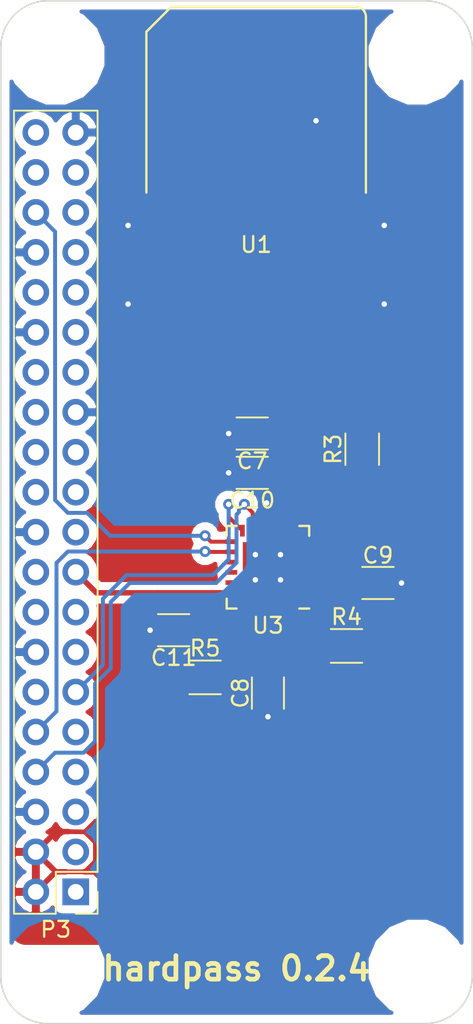
<source format=kicad_pcb>
(kicad_pcb (version 4) (host pcbnew 4.0.7-e2-6376~58~ubuntu16.04.1)

  (general
    (links 153)
    (no_connects 15)
    (area 49.949999 -0.050001 80.050001 65.050001)
    (thickness 1.6)
    (drawings 10)
    (tracks 186)
    (zones 0)
    (modules 16)
    (nets 51)
  )

  (page A4)
  (layers
    (0 F.Cu signal)
    (31 B.Cu signal)
    (32 B.Adhes user)
    (33 F.Adhes user)
    (34 B.Paste user)
    (35 F.Paste user)
    (36 B.SilkS user)
    (37 F.SilkS user)
    (38 B.Mask user)
    (39 F.Mask user)
    (40 Dwgs.User user)
    (41 Cmts.User user)
    (42 Eco1.User user)
    (43 Eco2.User user)
    (44 Edge.Cuts user)
    (45 Margin user)
    (46 B.CrtYd user)
    (47 F.CrtYd user)
    (48 B.Fab user)
    (49 F.Fab user)
  )

  (setup
    (last_trace_width 0.25)
    (trace_clearance 0.25)
    (zone_clearance 0.508)
    (zone_45_only no)
    (trace_min 0.2)
    (segment_width 0.2)
    (edge_width 0.1)
    (via_size 0.7)
    (via_drill 0.35)
    (via_min_size 0.7)
    (via_min_drill 0.3)
    (uvia_size 0.3)
    (uvia_drill 0.1)
    (uvias_allowed no)
    (uvia_min_size 0)
    (uvia_min_drill 0)
    (pcb_text_width 0.3)
    (pcb_text_size 1.5 1.5)
    (mod_edge_width 0.15)
    (mod_text_size 1 1)
    (mod_text_width 0.15)
    (pad_size 1.9 3)
    (pad_drill 0)
    (pad_to_mask_clearance 0)
    (aux_axis_origin 0 0)
    (visible_elements FFFFEF7F)
    (pcbplotparams
      (layerselection 0x00030_80000001)
      (usegerberextensions false)
      (excludeedgelayer true)
      (linewidth 0.100000)
      (plotframeref false)
      (viasonmask false)
      (mode 1)
      (useauxorigin false)
      (hpglpennumber 1)
      (hpglpenspeed 20)
      (hpglpendiameter 15)
      (hpglpenoverlay 2)
      (psnegative false)
      (psa4output false)
      (plotreference true)
      (plotvalue true)
      (plotinvisibletext false)
      (padsonsilk false)
      (subtractmaskfromsilk false)
      (outputformat 1)
      (mirror false)
      (drillshape 0)
      (scaleselection 1)
      (outputdirectory ""))
  )

  (net 0 "")
  (net 1 GND)
  (net 2 +3V3)
  (net 3 +5V)
  (net 4 "Net-(U1-Pad4)")
  (net 5 "Net-(U1-Pad8)")
  (net 6 "Net-(U3-Pad2)")
  (net 7 "Net-(U3-Pad23)")
  (net 8 "Net-(U3-Pad24)")
  (net 9 CARD_TX)
  (net 10 CARD_RX)
  (net 11 "Net-(P3-Pad3)")
  (net 12 "Net-(P3-Pad5)")
  (net 13 "Net-(P3-Pad7)")
  (net 14 "Net-(P3-Pad12)")
  (net 15 "Net-(P3-Pad13)")
  (net 16 "Net-(P3-Pad15)")
  (net 17 "Net-(P3-Pad16)")
  (net 18 "Net-(P3-Pad18)")
  (net 19 "Net-(P3-Pad19)")
  (net 20 "Net-(P3-Pad21)")
  (net 21 "Net-(P3-Pad22)")
  (net 22 "Net-(P3-Pad23)")
  (net 23 "Net-(P3-Pad24)")
  (net 24 "Net-(P3-Pad26)")
  (net 25 "Net-(P3-Pad27)")
  (net 26 "Net-(P3-Pad28)")
  (net 27 "Net-(P3-Pad29)")
  (net 28 "Net-(P3-Pad31)")
  (net 29 "Net-(P3-Pad32)")
  (net 30 "Net-(P3-Pad33)")
  (net 31 "Net-(P3-Pad35)")
  (net 32 "Net-(P3-Pad37)")
  (net 33 "Net-(P3-Pad38)")
  (net 34 "Net-(P3-Pad40)")
  (net 35 "Net-(U1-Pad2)")
  (net 36 "Net-(C10-Pad1)")
  (net 37 "Net-(C8-Pad2)")
  (net 38 "Net-(D1-Pad1)")
  (net 39 CARD_CTS)
  (net 40 CARD_RTS)
  (net 41 "Net-(R3-Pad1)")
  (net 42 "Net-(R3-Pad2)")
  (net 43 "Net-(U1-Pad6)")
  (net 44 "Net-(U1-Pad7)")
  (net 45 "Net-(U3-Pad1)")
  (net 46 "Net-(U3-Pad15)")
  (net 47 "Net-(U3-Pad16)")
  (net 48 "Net-(U3-Pad17)")
  (net 49 "Net-(U3-Pad19)")
  (net 50 "Net-(U3-Pad21)")

  (net_class Default "This is the default net class."
    (clearance 0.25)
    (trace_width 0.25)
    (via_dia 0.7)
    (via_drill 0.35)
    (uvia_dia 0.3)
    (uvia_drill 0.1)
    (add_net CARD_CTS)
    (add_net CARD_RTS)
    (add_net CARD_RX)
    (add_net CARD_TX)
    (add_net COL_1)
    (add_net COL_2)
    (add_net COL_3)
    (add_net ESP_CHPD)
    (add_net ESP_CLK)
    (add_net "Net-(C10-Pad1)")
    (add_net "Net-(C3-Pad1)")
    (add_net "Net-(C4-Pad1)")
    (add_net "Net-(C5-Pad1)")
    (add_net "Net-(C5-Pad2)")
    (add_net "Net-(C6-Pad1)")
    (add_net "Net-(C6-Pad2)")
    (add_net "Net-(C8-Pad2)")
    (add_net "Net-(D1-Pad1)")
    (add_net "Net-(P1-Pad12)")
    (add_net "Net-(P1-Pad19)")
    (add_net "Net-(P1-Pad23)")
    (add_net "Net-(P1-Pad24)")
    (add_net "Net-(P1-Pad26)")
    (add_net "Net-(P1-Pad28)")
    (add_net "Net-(P2-Pad13)")
    (add_net "Net-(P2-Pad16)")
    (add_net "Net-(P2-Pad17)")
    (add_net "Net-(P2-Pad21)")
    (add_net "Net-(P2-Pad22)")
    (add_net "Net-(P2-Pad23)")
    (add_net "Net-(P2-Pad24)")
    (add_net "Net-(P2-Pad25)")
    (add_net "Net-(P2-Pad26)")
    (add_net "Net-(P2-Pad7)")
    (add_net "Net-(P3-Pad12)")
    (add_net "Net-(P3-Pad13)")
    (add_net "Net-(P3-Pad15)")
    (add_net "Net-(P3-Pad16)")
    (add_net "Net-(P3-Pad18)")
    (add_net "Net-(P3-Pad19)")
    (add_net "Net-(P3-Pad21)")
    (add_net "Net-(P3-Pad22)")
    (add_net "Net-(P3-Pad23)")
    (add_net "Net-(P3-Pad24)")
    (add_net "Net-(P3-Pad26)")
    (add_net "Net-(P3-Pad27)")
    (add_net "Net-(P3-Pad28)")
    (add_net "Net-(P3-Pad29)")
    (add_net "Net-(P3-Pad3)")
    (add_net "Net-(P3-Pad31)")
    (add_net "Net-(P3-Pad32)")
    (add_net "Net-(P3-Pad33)")
    (add_net "Net-(P3-Pad35)")
    (add_net "Net-(P3-Pad37)")
    (add_net "Net-(P3-Pad38)")
    (add_net "Net-(P3-Pad40)")
    (add_net "Net-(P3-Pad5)")
    (add_net "Net-(P3-Pad7)")
    (add_net "Net-(R12-Pad1)")
    (add_net "Net-(R13-Pad1)")
    (add_net "Net-(R14-Pad1)")
    (add_net "Net-(R15-Pad1)")
    (add_net "Net-(R16-Pad1)")
    (add_net "Net-(R17-Pad1)")
    (add_net "Net-(R3-Pad1)")
    (add_net "Net-(R3-Pad2)")
    (add_net "Net-(U1-Pad2)")
    (add_net "Net-(U1-Pad4)")
    (add_net "Net-(U1-Pad6)")
    (add_net "Net-(U1-Pad7)")
    (add_net "Net-(U1-Pad8)")
    (add_net "Net-(U2-Pad1)")
    (add_net "Net-(U2-Pad16)")
    (add_net "Net-(U2-Pad17)")
    (add_net "Net-(U2-Pad18)")
    (add_net "Net-(U2-Pad19)")
    (add_net "Net-(U2-Pad2)")
    (add_net "Net-(U2-Pad20)")
    (add_net "Net-(U2-Pad21)")
    (add_net "Net-(U2-Pad22)")
    (add_net "Net-(U2-Pad4)")
    (add_net "Net-(U2-Pad5)")
    (add_net "Net-(U2-Pad6)")
    (add_net "Net-(U2-Pad7)")
    (add_net "Net-(U3-Pad1)")
    (add_net "Net-(U3-Pad15)")
    (add_net "Net-(U3-Pad16)")
    (add_net "Net-(U3-Pad17)")
    (add_net "Net-(U3-Pad19)")
    (add_net "Net-(U3-Pad2)")
    (add_net "Net-(U3-Pad21)")
    (add_net "Net-(U3-Pad23)")
    (add_net "Net-(U3-Pad24)")
    (add_net OLED_RST)
    (add_net OLED_SCL)
    (add_net OLED_SDA)
    (add_net ROW_1)
    (add_net ROW_2)
    (add_net ROW_3)
    (add_net ROW_4)
    (add_net SD_CMD)
    (add_net SD_D0)
    (add_net SD_D1)
    (add_net SD_D2)
    (add_net SD_D3)
    (add_net SHUTDOWN)
    (add_net UART_CTS)
    (add_net UART_RTS)
    (add_net UART_RX)
    (add_net UART_TX)
  )

  (net_class Power ""
    (clearance 0.25)
    (trace_width 0.35)
    (via_dia 0.9)
    (via_drill 0.35)
    (uvia_dia 0.3)
    (uvia_drill 0.1)
    (add_net +3V3)
    (add_net +5V)
    (add_net GND)
  )

  (module hardpass:Pin_Header_Straight_2x20_Pitch2.54mm_centered (layer F.Cu) (tedit 5880D187) (tstamp 5881237A)
    (at 53.5 32.5 180)
    (descr "Through hole straight pin header, 2x20, 2.54mm pitch, double rows")
    (tags "Through hole pin header THT 2x20 2.54mm double row")
    (path /5881588C)
    (fp_text reference P3 (at 0 -26.52 180) (layer F.SilkS)
      (effects (font (size 1 1) (thickness 0.15)))
    )
    (fp_text value Pi_Zero (at 0 26.52 180) (layer F.Fab)
      (effects (font (size 1 1) (thickness 0.15)))
    )
    (fp_line (start -2.54 -25.4) (end -2.54 25.4) (layer F.Fab) (width 0.1))
    (fp_line (start -2.54 25.4) (end 2.54 25.4) (layer F.Fab) (width 0.1))
    (fp_line (start 2.54 25.4) (end 2.54 -25.4) (layer F.Fab) (width 0.1))
    (fp_line (start 2.54 -25.4) (end -2.54 -25.4) (layer F.Fab) (width 0.1))
    (fp_line (start -2.66 -22.86) (end -2.66 25.52) (layer F.SilkS) (width 0.12))
    (fp_line (start -2.66 25.52) (end 2.66 25.52) (layer F.SilkS) (width 0.12))
    (fp_line (start 2.66 25.52) (end 2.66 -25.52) (layer F.SilkS) (width 0.12))
    (fp_line (start 2.66 -25.52) (end 0 -25.52) (layer F.SilkS) (width 0.12))
    (fp_line (start 0 -25.52) (end 0 -22.86) (layer F.SilkS) (width 0.12))
    (fp_line (start 0 -22.86) (end -2.66 -22.86) (layer F.SilkS) (width 0.12))
    (fp_line (start -2.66 -24.13) (end -2.66 -25.52) (layer F.SilkS) (width 0.12))
    (fp_line (start -2.66 -25.52) (end -1.27 -25.52) (layer F.SilkS) (width 0.12))
    (fp_line (start -2.87 -25.73) (end -2.87 25.67) (layer F.CrtYd) (width 0.05))
    (fp_line (start -2.87 25.67) (end 2.83 25.67) (layer F.CrtYd) (width 0.05))
    (fp_line (start 2.83 25.67) (end 2.83 -25.73) (layer F.CrtYd) (width 0.05))
    (fp_line (start 2.83 -25.73) (end -2.87 -25.73) (layer F.CrtYd) (width 0.05))
    (pad 1 thru_hole rect (at -1.27 -24.13 180) (size 1.7 1.7) (drill 1) (layers *.Cu *.Mask)
      (net 2 +3V3))
    (pad 2 thru_hole oval (at 1.27 -24.13 180) (size 1.7 1.7) (drill 1) (layers *.Cu *.Mask)
      (net 3 +5V))
    (pad 3 thru_hole oval (at -1.27 -21.59 180) (size 1.7 1.7) (drill 1) (layers *.Cu *.Mask)
      (net 11 "Net-(P3-Pad3)"))
    (pad 4 thru_hole oval (at 1.27 -21.59 180) (size 1.7 1.7) (drill 1) (layers *.Cu *.Mask)
      (net 3 +5V))
    (pad 5 thru_hole oval (at -1.27 -19.05 180) (size 1.7 1.7) (drill 1) (layers *.Cu *.Mask)
      (net 12 "Net-(P3-Pad5)"))
    (pad 6 thru_hole oval (at 1.27 -19.05 180) (size 1.7 1.7) (drill 1) (layers *.Cu *.Mask)
      (net 1 GND))
    (pad 7 thru_hole oval (at -1.27 -16.51 180) (size 1.7 1.7) (drill 1) (layers *.Cu *.Mask)
      (net 13 "Net-(P3-Pad7)"))
    (pad 8 thru_hole oval (at 1.27 -16.51 180) (size 1.7 1.7) (drill 1) (layers *.Cu *.Mask)
      (net 10 CARD_RX))
    (pad 9 thru_hole oval (at -1.27 -13.97 180) (size 1.7 1.7) (drill 1) (layers *.Cu *.Mask)
      (net 1 GND))
    (pad 10 thru_hole oval (at 1.27 -13.97 180) (size 1.7 1.7) (drill 1) (layers *.Cu *.Mask)
      (net 9 CARD_TX))
    (pad 11 thru_hole oval (at -1.27 -11.43 180) (size 1.7 1.7) (drill 1) (layers *.Cu *.Mask)
      (net 39 CARD_CTS))
    (pad 12 thru_hole oval (at 1.27 -11.43 180) (size 1.7 1.7) (drill 1) (layers *.Cu *.Mask)
      (net 14 "Net-(P3-Pad12)"))
    (pad 13 thru_hole oval (at -1.27 -8.89 180) (size 1.7 1.7) (drill 1) (layers *.Cu *.Mask)
      (net 15 "Net-(P3-Pad13)"))
    (pad 14 thru_hole oval (at 1.27 -8.89 180) (size 1.7 1.7) (drill 1) (layers *.Cu *.Mask)
      (net 1 GND))
    (pad 15 thru_hole oval (at -1.27 -6.35 180) (size 1.7 1.7) (drill 1) (layers *.Cu *.Mask)
      (net 16 "Net-(P3-Pad15)"))
    (pad 16 thru_hole oval (at 1.27 -6.35 180) (size 1.7 1.7) (drill 1) (layers *.Cu *.Mask)
      (net 17 "Net-(P3-Pad16)"))
    (pad 17 thru_hole oval (at -1.27 -3.81 180) (size 1.7 1.7) (drill 1) (layers *.Cu *.Mask)
      (net 2 +3V3))
    (pad 18 thru_hole oval (at 1.27 -3.81 180) (size 1.7 1.7) (drill 1) (layers *.Cu *.Mask)
      (net 18 "Net-(P3-Pad18)"))
    (pad 19 thru_hole oval (at -1.27 -1.27 180) (size 1.7 1.7) (drill 1) (layers *.Cu *.Mask)
      (net 19 "Net-(P3-Pad19)"))
    (pad 20 thru_hole oval (at 1.27 -1.27 180) (size 1.7 1.7) (drill 1) (layers *.Cu *.Mask)
      (net 1 GND))
    (pad 21 thru_hole oval (at -1.27 1.27 180) (size 1.7 1.7) (drill 1) (layers *.Cu *.Mask)
      (net 20 "Net-(P3-Pad21)"))
    (pad 22 thru_hole oval (at 1.27 1.27 180) (size 1.7 1.7) (drill 1) (layers *.Cu *.Mask)
      (net 21 "Net-(P3-Pad22)"))
    (pad 23 thru_hole oval (at -1.27 3.81 180) (size 1.7 1.7) (drill 1) (layers *.Cu *.Mask)
      (net 22 "Net-(P3-Pad23)"))
    (pad 24 thru_hole oval (at 1.27 3.81 180) (size 1.7 1.7) (drill 1) (layers *.Cu *.Mask)
      (net 23 "Net-(P3-Pad24)"))
    (pad 25 thru_hole oval (at -1.27 6.35 180) (size 1.7 1.7) (drill 1) (layers *.Cu *.Mask)
      (net 1 GND))
    (pad 26 thru_hole oval (at 1.27 6.35 180) (size 1.7 1.7) (drill 1) (layers *.Cu *.Mask)
      (net 24 "Net-(P3-Pad26)"))
    (pad 27 thru_hole oval (at -1.27 8.89 180) (size 1.7 1.7) (drill 1) (layers *.Cu *.Mask)
      (net 25 "Net-(P3-Pad27)"))
    (pad 28 thru_hole oval (at 1.27 8.89 180) (size 1.7 1.7) (drill 1) (layers *.Cu *.Mask)
      (net 26 "Net-(P3-Pad28)"))
    (pad 29 thru_hole oval (at -1.27 11.43 180) (size 1.7 1.7) (drill 1) (layers *.Cu *.Mask)
      (net 27 "Net-(P3-Pad29)"))
    (pad 30 thru_hole oval (at 1.27 11.43 180) (size 1.7 1.7) (drill 1) (layers *.Cu *.Mask)
      (net 1 GND))
    (pad 31 thru_hole oval (at -1.27 13.97 180) (size 1.7 1.7) (drill 1) (layers *.Cu *.Mask)
      (net 28 "Net-(P3-Pad31)"))
    (pad 32 thru_hole oval (at 1.27 13.97 180) (size 1.7 1.7) (drill 1) (layers *.Cu *.Mask)
      (net 29 "Net-(P3-Pad32)"))
    (pad 33 thru_hole oval (at -1.27 16.51 180) (size 1.7 1.7) (drill 1) (layers *.Cu *.Mask)
      (net 30 "Net-(P3-Pad33)"))
    (pad 34 thru_hole oval (at 1.27 16.51 180) (size 1.7 1.7) (drill 1) (layers *.Cu *.Mask)
      (net 1 GND))
    (pad 35 thru_hole oval (at -1.27 19.05 180) (size 1.7 1.7) (drill 1) (layers *.Cu *.Mask)
      (net 31 "Net-(P3-Pad35)"))
    (pad 36 thru_hole oval (at 1.27 19.05 180) (size 1.7 1.7) (drill 1) (layers *.Cu *.Mask)
      (net 40 CARD_RTS))
    (pad 37 thru_hole oval (at -1.27 21.59 180) (size 1.7 1.7) (drill 1) (layers *.Cu *.Mask)
      (net 32 "Net-(P3-Pad37)"))
    (pad 38 thru_hole oval (at 1.27 21.59 180) (size 1.7 1.7) (drill 1) (layers *.Cu *.Mask)
      (net 33 "Net-(P3-Pad38)"))
    (pad 39 thru_hole oval (at -1.27 24.13 180) (size 1.7 1.7) (drill 1) (layers *.Cu *.Mask)
      (net 1 GND))
    (pad 40 thru_hole oval (at 1.27 24.13 180) (size 1.7 1.7) (drill 1) (layers *.Cu *.Mask)
      (net 34 "Net-(P3-Pad40)"))
    (model DISABLE__Pin_Headers.3dshapes/Pin_Header_Straight_2x20_Pitch2.54mm.wrl
      (at (xyz 0.05 -0.95 0))
      (scale (xyz 1 1 1))
      (rotate (xyz 0 0 90))
    )
  )

  (module hardpass:Symbol_GNU-Logo_MaskTop (layer B.Cu) (tedit 58D30F84) (tstamp 58D41C5D)
    (at 65 21.25 180)
    (descr "GNU-Logo, GNU-Head, GNU-Kopf, Copper Top,")
    (tags "GNU-Logo, GNU-Head, GNU-Kopf, Copper Top,")
    (fp_text reference REF** (at 0 6.05028 180) (layer B.SilkS) hide
      (effects (font (size 1 1) (thickness 0.15)) (justify mirror))
    )
    (fp_text value Symbol_GNU-Logo_MaskTop (at 0 -9.14908 180) (layer B.Fab) hide
      (effects (font (size 1 1) (thickness 0.15)) (justify mirror))
    )
    (fp_line (start 5.19938 -5.25018) (end 5.19938 -6.85038) (layer B.Mask) (width 0.381))
    (fp_line (start 5.19938 -6.85038) (end 5.90042 -6.85038) (layer B.Mask) (width 0.381))
    (fp_line (start 3.64998 -6.79958) (end 3.64998 -5.34924) (layer B.Mask) (width 0.381))
    (fp_line (start 3.64998 -5.34924) (end 4.20116 -5.30098) (layer B.Mask) (width 0.381))
    (fp_line (start 4.20116 -5.30098) (end 4.45008 -5.4991) (layer B.Mask) (width 0.381))
    (fp_line (start 4.45008 -5.4991) (end 4.54914 -5.90042) (layer B.Mask) (width 0.381))
    (fp_line (start 4.54914 -5.90042) (end 4.24942 -6.05028) (layer B.Mask) (width 0.381))
    (fp_line (start 4.24942 -6.05028) (end 3.74904 -5.99948) (layer B.Mask) (width 0.381))
    (fp_line (start 2.94894 -5.40004) (end 2.70002 -5.30098) (layer B.Mask) (width 0.381))
    (fp_line (start 2.70002 -5.30098) (end 2.4003 -5.34924) (layer B.Mask) (width 0.381))
    (fp_line (start 2.4003 -5.34924) (end 2.10058 -5.69976) (layer B.Mask) (width 0.381))
    (fp_line (start 2.10058 -5.69976) (end 2.04978 -6.20014) (layer B.Mask) (width 0.381))
    (fp_line (start 2.04978 -6.20014) (end 2.19964 -6.64972) (layer B.Mask) (width 0.381))
    (fp_line (start 2.19964 -6.64972) (end 2.55016 -6.79958) (layer B.Mask) (width 0.381))
    (fp_line (start 2.55016 -6.79958) (end 2.99974 -6.70052) (layer B.Mask) (width 0.381))
    (fp_line (start 2.99974 -6.70052) (end 2.99974 -6.20014) (layer B.Mask) (width 0.381))
    (fp_line (start 2.99974 -6.20014) (end 2.70002 -6.20014) (layer B.Mask) (width 0.381))
    (fp_line (start -3.2512 -5.34924) (end -3.2512 -6.49986) (layer B.Mask) (width 0.381))
    (fp_line (start -3.2512 -6.49986) (end -3.0988 -6.74878) (layer B.Mask) (width 0.381))
    (fp_line (start -3.0988 -6.74878) (end -2.75082 -6.90118) (layer B.Mask) (width 0.381))
    (fp_line (start -2.75082 -6.90118) (end -2.4511 -6.74878) (layer B.Mask) (width 0.381))
    (fp_line (start -2.4511 -6.74878) (end -2.3495 -6.44906) (layer B.Mask) (width 0.381))
    (fp_line (start -2.3495 -6.44906) (end -2.3495 -5.34924) (layer B.Mask) (width 0.381))
    (fp_line (start -4.8006 -6.90118) (end -4.8006 -5.34924) (layer B.Mask) (width 0.381))
    (fp_line (start -4.8006 -5.34924) (end -3.9497 -6.85038) (layer B.Mask) (width 0.381))
    (fp_line (start -3.9497 -6.85038) (end -3.9497 -5.34924) (layer B.Mask) (width 0.381))
    (fp_line (start -5.5499 -5.40004) (end -5.75056 -5.30098) (layer B.Mask) (width 0.381))
    (fp_line (start -5.75056 -5.30098) (end -6.20014 -5.45084) (layer B.Mask) (width 0.381))
    (fp_line (start -6.20014 -5.45084) (end -6.4008 -5.84962) (layer B.Mask) (width 0.381))
    (fp_line (start -6.4008 -5.84962) (end -6.4008 -6.2992) (layer B.Mask) (width 0.381))
    (fp_line (start -6.4008 -6.2992) (end -6.25094 -6.70052) (layer B.Mask) (width 0.381))
    (fp_line (start -6.25094 -6.70052) (end -5.95122 -6.85038) (layer B.Mask) (width 0.381))
    (fp_line (start -5.95122 -6.85038) (end -5.5499 -6.85038) (layer B.Mask) (width 0.381))
    (fp_line (start -5.5499 -6.85038) (end -5.4991 -6.2992) (layer B.Mask) (width 0.381))
    (fp_line (start -5.4991 -6.2992) (end -5.75056 -6.20014) (layer B.Mask) (width 0.381))
    (fp_line (start -2.75082 1.15062) (end -3.74904 0.35052) (layer B.Mask) (width 0.381))
    (fp_line (start -3.74904 0.35052) (end -3.29946 1.50114) (layer B.Mask) (width 0.381))
    (fp_line (start -3.29946 1.50114) (end -4.24942 0.70104) (layer B.Mask) (width 0.381))
    (fp_line (start -4.24942 0.70104) (end -3.55092 1.99898) (layer B.Mask) (width 0.381))
    (fp_line (start -3.55092 1.99898) (end -4.59994 1.34874) (layer B.Mask) (width 0.381))
    (fp_line (start -4.59994 1.34874) (end -4.699 1.80086) (layer B.Mask) (width 0.381))
    (fp_line (start -4.699 1.80086) (end -3.40106 2.14884) (layer B.Mask) (width 0.381))
    (fp_line (start -3.40106 2.14884) (end -4.54914 2.4003) (layer B.Mask) (width 0.381))
    (fp_line (start -4.54914 2.4003) (end -3.29946 2.79908) (layer B.Mask) (width 0.381))
    (fp_line (start -3.29946 2.79908) (end -3.79984 3.29946) (layer B.Mask) (width 0.381))
    (fp_line (start -3.79984 3.29946) (end -2.75082 3.05054) (layer B.Mask) (width 0.381))
    (fp_line (start -2.75082 3.05054) (end -2.79908 3.70078) (layer B.Mask) (width 0.381))
    (fp_line (start -2.79908 3.70078) (end -1.69926 3.2004) (layer B.Mask) (width 0.381))
    (fp_line (start 0.7493 1.99898) (end 1.39954 1.80086) (layer B.Mask) (width 0.381))
    (fp_line (start 1.39954 1.80086) (end 1.80086 1.6002) (layer B.Mask) (width 0.381))
    (fp_line (start 1.80086 1.6002) (end 3.0988 0.7493) (layer B.Mask) (width 0.381))
    (fp_line (start 3.0988 0.7493) (end 2.84988 1.84912) (layer B.Mask) (width 0.381))
    (fp_line (start 2.84988 1.84912) (end 3.59918 1.15062) (layer B.Mask) (width 0.381))
    (fp_line (start 3.59918 1.15062) (end 3.1496 2.25044) (layer B.Mask) (width 0.381))
    (fp_line (start 3.1496 2.25044) (end 4.15036 1.99898) (layer B.Mask) (width 0.381))
    (fp_line (start 4.15036 1.99898) (end 2.90068 2.70002) (layer B.Mask) (width 0.381))
    (fp_line (start 2.90068 2.70002) (end 4.04876 3.1496) (layer B.Mask) (width 0.381))
    (fp_line (start 4.04876 3.1496) (end 2.30124 2.94894) (layer B.Mask) (width 0.381))
    (fp_line (start 2.30124 2.94894) (end 2.79908 3.64998) (layer B.Mask) (width 0.381))
    (fp_line (start 2.79908 3.64998) (end 1.651 2.94894) (layer B.Mask) (width 0.381))
    (fp_line (start 0.8509 2.30124) (end 1.09982 2.25044) (layer B.Mask) (width 0.381))
    (fp_line (start -2.04978 1.5494) (end -1.5494 1.84912) (layer B.Mask) (width 0.381))
    (fp_line (start -1.5494 1.84912) (end -0.8001 2.19964) (layer B.Mask) (width 0.381))
    (fp_line (start -0.8001 2.19964) (end -0.44958 2.19964) (layer B.Mask) (width 0.381))
    (fp_line (start -1.84912 -4.0005) (end -2.10058 -3.79984) (layer B.Mask) (width 0.381))
    (fp_line (start -2.10058 -3.79984) (end -2.25044 -3.59918) (layer B.Mask) (width 0.381))
    (fp_line (start -2.25044 -3.59918) (end -2.49936 -3.35026) (layer B.Mask) (width 0.381))
    (fp_line (start -2.49936 -3.35026) (end -2.55016 -3.05054) (layer B.Mask) (width 0.381))
    (fp_line (start -2.55016 -3.05054) (end -2.64922 -2.64922) (layer B.Mask) (width 0.381))
    (fp_line (start -2.64922 -2.64922) (end -2.70002 -2.25044) (layer B.Mask) (width 0.381))
    (fp_line (start -2.70002 -2.25044) (end -2.75082 -1.84912) (layer B.Mask) (width 0.381))
    (fp_line (start -2.75082 -1.84912) (end -2.75082 -1.34874) (layer B.Mask) (width 0.381))
    (fp_line (start -2.75082 -1.34874) (end -2.75082 -0.8509) (layer B.Mask) (width 0.381))
    (fp_line (start -1.75006 -4.0005) (end -1.5494 -3.9497) (layer B.Mask) (width 0.381))
    (fp_line (start -2.19964 -0.8509) (end -1.89992 -1.30048) (layer B.Mask) (width 0.381))
    (fp_line (start -1.89992 -1.30048) (end -1.99898 -1.75006) (layer B.Mask) (width 0.381))
    (fp_line (start -1.99898 -1.75006) (end -1.5494 -2.04978) (layer B.Mask) (width 0.381))
    (fp_line (start -1.5494 -2.04978) (end -1.75006 -2.70002) (layer B.Mask) (width 0.381))
    (fp_line (start -1.75006 -2.70002) (end -1.19888 -3.0988) (layer B.Mask) (width 0.381))
    (fp_line (start -1.19888 -3.0988) (end -1.39954 -3.79984) (layer B.Mask) (width 0.381))
    (fp_line (start -1.39954 -3.79984) (end -0.8509 -4.24942) (layer B.Mask) (width 0.381))
    (fp_line (start -0.59944 -5.99948) (end -0.65024 -6.10108) (layer B.Mask) (width 0.381))
    (fp_line (start -0.89916 -4.35102) (end -0.70104 -4.7498) (layer B.Mask) (width 0.381))
    (fp_line (start -0.70104 -4.7498) (end -0.59944 -5.04952) (layer B.Mask) (width 0.381))
    (fp_line (start -0.59944 -5.04952) (end -1.00076 -5.15112) (layer B.Mask) (width 0.381))
    (fp_line (start -1.00076 -5.15112) (end -0.65024 -5.4991) (layer B.Mask) (width 0.381))
    (fp_line (start -0.65024 -5.4991) (end -0.70104 -5.79882) (layer B.Mask) (width 0.381))
    (fp_line (start -0.70104 -5.79882) (end -0.65024 -5.95122) (layer B.Mask) (width 0.381))
    (fp_line (start -0.14986 -3.70078) (end -0.29972 -4.09956) (layer B.Mask) (width 0.381))
    (fp_line (start -0.29972 -4.09956) (end -0.20066 -4.30022) (layer B.Mask) (width 0.381))
    (fp_line (start -0.20066 -4.30022) (end 0.0508 -4.50088) (layer B.Mask) (width 0.381))
    (fp_line (start 0.0508 -4.50088) (end 0.20066 -4.699) (layer B.Mask) (width 0.381))
    (fp_line (start 0.20066 -4.699) (end 0.14986 -5.00126) (layer B.Mask) (width 0.381))
    (fp_line (start 0.14986 -5.00126) (end 0.09906 -5.19938) (layer B.Mask) (width 0.381))
    (fp_line (start 0.09906 -5.19938) (end 0.14986 -5.75056) (layer B.Mask) (width 0.381))
    (fp_line (start 0.14986 -5.75056) (end 0.35052 -5.95122) (layer B.Mask) (width 0.381))
    (fp_line (start 0.44958 -3.29946) (end 0.24892 -3.74904) (layer B.Mask) (width 0.381))
    (fp_line (start 0.24892 -3.74904) (end 0.55118 -4.04876) (layer B.Mask) (width 0.381))
    (fp_line (start 0.55118 -4.04876) (end 0.94996 -4.24942) (layer B.Mask) (width 0.381))
    (fp_line (start 0.94996 -4.24942) (end 0.89916 -4.699) (layer B.Mask) (width 0.381))
    (fp_line (start 0.89916 -4.699) (end 0.7493 -5.10032) (layer B.Mask) (width 0.381))
    (fp_line (start 0.7493 -5.10032) (end 0.89916 -5.34924) (layer B.Mask) (width 0.381))
    (fp_line (start 1.30048 -4.89966) (end 1.34874 -4.89966) (layer B.Mask) (width 0.381))
    (fp_line (start 1.24968 -2.94894) (end 1.50114 -3.05054) (layer B.Mask) (width 0.381))
    (fp_line (start 1.50114 -3.05054) (end 1.75006 -3.05054) (layer B.Mask) (width 0.381))
    (fp_line (start 1.75006 -3.05054) (end 1.5494 -3.0988) (layer B.Mask) (width 0.381))
    (fp_line (start 1.5494 -3.0988) (end 1.00076 -3.2004) (layer B.Mask) (width 0.381))
    (fp_line (start 1.00076 -3.2004) (end 0.94996 -3.35026) (layer B.Mask) (width 0.381))
    (fp_line (start 0.94996 -3.35026) (end 1.00076 -3.55092) (layer B.Mask) (width 0.381))
    (fp_line (start 1.00076 -3.55092) (end 1.19888 -3.74904) (layer B.Mask) (width 0.381))
    (fp_line (start 1.19888 -3.74904) (end 1.45034 -3.9497) (layer B.Mask) (width 0.381))
    (fp_line (start 1.45034 -3.9497) (end 1.5494 -4.30022) (layer B.Mask) (width 0.381))
    (fp_line (start 1.5494 -4.30022) (end 1.45034 -4.59994) (layer B.Mask) (width 0.381))
    (fp_line (start 1.45034 -4.59994) (end 1.30048 -4.89966) (layer B.Mask) (width 0.381))
    (fp_line (start 0.59944 -2.64922) (end 1.00076 -2.90068) (layer B.Mask) (width 0.381))
    (fp_line (start 1.00076 -2.90068) (end 1.24968 -2.90068) (layer B.Mask) (width 0.381))
    (fp_line (start 1.80086 -2.55016) (end 1.19888 -2.64922) (layer B.Mask) (width 0.381))
    (fp_line (start 1.19888 -2.64922) (end 0.7493 -2.60096) (layer B.Mask) (width 0.381))
    (fp_line (start 0.7493 -2.60096) (end 0.24892 -2.55016) (layer B.Mask) (width 0.381))
    (fp_line (start 0.24892 -2.55016) (end -0.20066 -2.4003) (layer B.Mask) (width 0.381))
    (fp_line (start -0.20066 -2.4003) (end -0.35052 -2.19964) (layer B.Mask) (width 0.381))
    (fp_line (start -0.35052 -2.19964) (end -0.55118 -1.84912) (layer B.Mask) (width 0.381))
    (fp_line (start -0.55118 -1.84912) (end -0.70104 -1.34874) (layer B.Mask) (width 0.381))
    (fp_line (start -0.70104 -1.34874) (end -0.8509 -1.09982) (layer B.Mask) (width 0.381))
    (fp_line (start -0.8509 -1.09982) (end -1.15062 -1.04902) (layer B.Mask) (width 0.381))
    (fp_line (start 1.80086 -1.84912) (end 1.651 -1.84912) (layer B.Mask) (width 0.381))
    (fp_line (start 1.651 -1.84912) (end 1.24968 -1.95072) (layer B.Mask) (width 0.381))
    (fp_line (start 1.24968 -1.95072) (end 1.39954 -2.30124) (layer B.Mask) (width 0.381))
    (fp_line (start 1.39954 -2.30124) (end 1.75006 -2.49936) (layer B.Mask) (width 0.381))
    (fp_line (start 1.75006 0) (end 1.69926 -0.65024) (layer B.Mask) (width 0.381))
    (fp_line (start 1.00076 -0.50038) (end 1.09982 -0.65024) (layer B.Mask) (width 0.381))
    (fp_line (start 1.09982 -0.65024) (end 1.24968 -0.8001) (layer B.Mask) (width 0.381))
    (fp_line (start 1.24968 -0.8001) (end 1.39954 -0.8001) (layer B.Mask) (width 0.381))
    (fp_line (start 1.39954 -0.8001) (end 1.6002 -0.70104) (layer B.Mask) (width 0.381))
    (fp_line (start 1.6002 -0.70104) (end 1.80086 -0.70104) (layer B.Mask) (width 0.381))
    (fp_line (start 0.8509 -0.44958) (end 0.55118 -0.29972) (layer B.Mask) (width 0.381))
    (fp_line (start 0.55118 -0.29972) (end 0.24892 -0.29972) (layer B.Mask) (width 0.381))
    (fp_line (start 0.24892 -0.29972) (end 0.09906 -0.29972) (layer B.Mask) (width 0.381))
    (fp_line (start 0.09906 -0.29972) (end -0.09906 -0.39878) (layer B.Mask) (width 0.381))
    (fp_line (start -0.09906 -0.39878) (end -0.29972 -0.44958) (layer B.Mask) (width 0.381))
    (fp_line (start 0.65024 0.55118) (end 0.70104 0.09906) (layer B.Mask) (width 0.381))
    (fp_line (start 0.70104 0.09906) (end 0.8509 -0.29972) (layer B.Mask) (width 0.381))
    (fp_line (start 0.8509 -0.29972) (end 0.94996 -0.44958) (layer B.Mask) (width 0.381))
    (fp_line (start 1.75006 -1.24968) (end 1.651 -1.39954) (layer B.Mask) (width 0.381))
    (fp_line (start 0.89916 -1.15062) (end 0.44958 -0.8001) (layer B.Mask) (width 0.381))
    (fp_line (start 0.44958 -0.8001) (end 0.0508 -0.94996) (layer B.Mask) (width 0.381))
    (fp_line (start 0.0508 -0.94996) (end 0.09906 -1.34874) (layer B.Mask) (width 0.381))
    (fp_line (start 0.09906 -1.34874) (end 0.35052 -1.50114) (layer B.Mask) (width 0.381))
    (fp_line (start 0.35052 -1.50114) (end 0.65024 -1.50114) (layer B.Mask) (width 0.381))
    (fp_line (start 0.65024 -1.50114) (end 0.7493 -1.39954) (layer B.Mask) (width 0.381))
    (fp_line (start 0.7493 -1.39954) (end 0.89916 -1.15062) (layer B.Mask) (width 0.381))
    (fp_line (start 1.19888 0.59944) (end 1.34874 0.94996) (layer B.Mask) (width 0.381))
    (fp_line (start 1.34874 0.94996) (end 1.75006 0.8509) (layer B.Mask) (width 0.381))
    (fp_line (start 1.75006 0.8509) (end 1.84912 0.65024) (layer B.Mask) (width 0.381))
    (fp_line (start 1.84912 0.65024) (end 1.75006 0.39878) (layer B.Mask) (width 0.381))
    (fp_line (start 1.75006 0.39878) (end 1.30048 0.50038) (layer B.Mask) (width 0.381))
    (fp_line (start 0.0508 0.44958) (end -0.29972 0.59944) (layer B.Mask) (width 0.381))
    (fp_line (start -0.29972 0.59944) (end -0.7493 0.70104) (layer B.Mask) (width 0.381))
    (fp_line (start -0.7493 0.70104) (end -1.00076 0.44958) (layer B.Mask) (width 0.381))
    (fp_line (start -1.00076 0.44958) (end -0.8001 0.20066) (layer B.Mask) (width 0.381))
    (fp_line (start -0.8001 0.20066) (end -0.39878 0.20066) (layer B.Mask) (width 0.381))
    (fp_line (start -0.39878 0.20066) (end 0 0.39878) (layer B.Mask) (width 0.381))
    (fp_line (start 0 1.5494) (end 0.39878 1.69926) (layer B.Mask) (width 0.381))
    (fp_line (start 0.39878 1.69926) (end 0.65024 2.04978) (layer B.Mask) (width 0.381))
    (fp_line (start -2.99974 0.24892) (end -2.99974 -0.35052) (layer B.Mask) (width 0.381))
    (fp_line (start -2.99974 -0.35052) (end -3.50012 -1.09982) (layer B.Mask) (width 0.381))
    (fp_line (start -3.50012 -1.09982) (end -2.10058 -0.55118) (layer B.Mask) (width 0.381))
    (fp_line (start -2.10058 -0.55118) (end -1.6002 -0.20066) (layer B.Mask) (width 0.381))
    (fp_line (start -1.6002 -0.20066) (end -1.45034 0.7493) (layer B.Mask) (width 0.381))
    (fp_line (start 0 0.7493) (end -0.8509 1.30048) (layer B.Mask) (width 0.381))
    (fp_line (start 1.09982 3.50012) (end 1.5494 2.90068) (layer B.Mask) (width 0.381))
    (fp_line (start 1.5494 2.90068) (end 1.89992 2.79908) (layer B.Mask) (width 0.381))
    (fp_line (start 1.89992 2.79908) (end 2.3495 2.79908) (layer B.Mask) (width 0.381))
    (fp_line (start 2.3495 2.79908) (end 2.70002 2.75082) (layer B.Mask) (width 0.381))
    (fp_line (start 2.70002 2.75082) (end 2.90068 2.3495) (layer B.Mask) (width 0.381))
    (fp_line (start 2.90068 2.3495) (end 2.94894 2.04978) (layer B.Mask) (width 0.381))
    (fp_line (start 2.94894 2.04978) (end 2.64922 1.80086) (layer B.Mask) (width 0.381))
    (fp_line (start 2.64922 1.80086) (end 2.3495 1.75006) (layer B.Mask) (width 0.381))
    (fp_line (start 2.3495 1.75006) (end 1.99898 1.89992) (layer B.Mask) (width 0.381))
    (fp_line (start 1.99898 1.89992) (end 1.5494 2.19964) (layer B.Mask) (width 0.381))
    (fp_line (start 1.5494 2.19964) (end 1.30048 2.4003) (layer B.Mask) (width 0.381))
    (fp_line (start 1.30048 2.4003) (end 1.00076 2.55016) (layer B.Mask) (width 0.381))
    (fp_line (start 1.00076 2.55016) (end 0.59944 2.55016) (layer B.Mask) (width 0.381))
    (fp_line (start 0.59944 2.55016) (end 0.09906 2.30124) (layer B.Mask) (width 0.381))
    (fp_line (start 0.09906 2.30124) (end -0.09906 2.3495) (layer B.Mask) (width 0.381))
    (fp_line (start -0.09906 2.3495) (end -0.39878 2.49936) (layer B.Mask) (width 0.381))
    (fp_line (start -0.39878 2.49936) (end -0.89916 2.60096) (layer B.Mask) (width 0.381))
    (fp_line (start -0.89916 2.60096) (end -1.39954 2.55016) (layer B.Mask) (width 0.381))
    (fp_line (start -1.39954 2.55016) (end -1.99898 2.14884) (layer B.Mask) (width 0.381))
    (fp_line (start -1.99898 2.14884) (end -2.4511 1.69926) (layer B.Mask) (width 0.381))
    (fp_line (start -2.4511 1.69926) (end -2.79908 1.30048) (layer B.Mask) (width 0.381))
    (fp_line (start -2.79908 1.30048) (end -3.2512 1.45034) (layer B.Mask) (width 0.381))
    (fp_line (start -3.2512 1.45034) (end -3.44932 1.95072) (layer B.Mask) (width 0.381))
    (fp_line (start -3.44932 1.95072) (end -3.35026 2.60096) (layer B.Mask) (width 0.381))
    (fp_line (start -3.35026 2.60096) (end -3.05054 2.84988) (layer B.Mask) (width 0.381))
    (fp_line (start -3.05054 2.84988) (end -2.60096 2.99974) (layer B.Mask) (width 0.381))
    (fp_line (start -2.60096 2.99974) (end -1.95072 3.1496) (layer B.Mask) (width 0.381))
    (fp_line (start -1.95072 3.1496) (end -1.6002 3.0988) (layer B.Mask) (width 0.381))
    (fp_line (start -1.6002 3.0988) (end -1.04902 3.35026) (layer B.Mask) (width 0.381))
    (fp_line (start -1.04902 3.35026) (end -0.8509 3.70078) (layer B.Mask) (width 0.381))
    (fp_line (start -0.8509 3.70078) (end -1.24968 3.55092) (layer B.Mask) (width 0.381))
    (fp_line (start -1.24968 3.55092) (end -1.89992 3.59918) (layer B.Mask) (width 0.381))
    (fp_line (start -1.89992 3.59918) (end -2.84988 3.74904) (layer B.Mask) (width 0.381))
    (fp_line (start -2.84988 3.74904) (end -3.2512 3.70078) (layer B.Mask) (width 0.381))
    (fp_line (start -3.2512 3.70078) (end -3.59918 3.55092) (layer B.Mask) (width 0.381))
    (fp_line (start -3.59918 3.55092) (end -4.20116 3.1496) (layer B.Mask) (width 0.381))
    (fp_line (start -4.20116 3.1496) (end -4.65074 2.3495) (layer B.Mask) (width 0.381))
    (fp_line (start -4.65074 2.3495) (end -4.7498 1.651) (layer B.Mask) (width 0.381))
    (fp_line (start -4.7498 1.651) (end -4.45008 0.7493) (layer B.Mask) (width 0.381))
    (fp_line (start -4.45008 0.7493) (end -3.8989 0.24892) (layer B.Mask) (width 0.381))
    (fp_line (start -3.8989 0.24892) (end -3.2512 0) (layer B.Mask) (width 0.381))
    (fp_line (start -3.2512 0) (end -2.49936 1.19888) (layer B.Mask) (width 0.381))
    (fp_line (start -2.49936 1.19888) (end -1.80086 1.84912) (layer B.Mask) (width 0.381))
    (fp_line (start -1.80086 1.84912) (end -1.19888 2.30124) (layer B.Mask) (width 0.381))
    (fp_line (start -1.19888 2.30124) (end -0.65024 2.3495) (layer B.Mask) (width 0.381))
    (fp_line (start -0.65024 2.3495) (end -0.20066 2.14884) (layer B.Mask) (width 0.381))
    (fp_line (start -0.20066 2.14884) (end 0.20066 2.04978) (layer B.Mask) (width 0.381))
    (fp_line (start 0.20066 2.04978) (end 0.65024 2.19964) (layer B.Mask) (width 0.381))
    (fp_line (start 0.65024 2.19964) (end 1.09982 2.10058) (layer B.Mask) (width 0.381))
    (fp_line (start 1.09982 2.10058) (end 1.69926 1.80086) (layer B.Mask) (width 0.381))
    (fp_line (start 1.69926 1.80086) (end 1.89992 1.5494) (layer B.Mask) (width 0.381))
    (fp_line (start 1.89992 1.5494) (end 2.60096 0.44958) (layer B.Mask) (width 0.381))
    (fp_line (start 2.60096 0.44958) (end 2.90068 -0.20066) (layer B.Mask) (width 0.381))
    (fp_line (start 2.90068 -0.20066) (end 2.30124 -0.29972) (layer B.Mask) (width 0.381))
    (fp_line (start 2.30124 -0.29972) (end 1.84912 0.09906) (layer B.Mask) (width 0.381))
    (fp_line (start 1.75006 -0.70104) (end 2.14884 -0.70104) (layer B.Mask) (width 0.381))
    (fp_line (start 2.14884 -0.70104) (end 2.30124 -0.8509) (layer B.Mask) (width 0.381))
    (fp_line (start 2.30124 -0.8509) (end 1.80086 -1.84912) (layer B.Mask) (width 0.381))
    (fp_line (start 1.15062 3.59918) (end 1.75006 3.35026) (layer B.Mask) (width 0.381))
    (fp_line (start 1.75006 3.35026) (end 2.19964 3.44932) (layer B.Mask) (width 0.381))
    (fp_line (start 2.19964 3.44932) (end 2.70002 3.70078) (layer B.Mask) (width 0.381))
    (fp_line (start 2.70002 3.70078) (end 3.1496 3.74904) (layer B.Mask) (width 0.381))
    (fp_line (start 3.1496 3.74904) (end 3.59918 3.50012) (layer B.Mask) (width 0.381))
    (fp_line (start 3.59918 3.50012) (end 4.04876 3.2004) (layer B.Mask) (width 0.381))
    (fp_line (start 4.04876 3.2004) (end 4.24942 2.64922) (layer B.Mask) (width 0.381))
    (fp_line (start 4.24942 2.64922) (end 4.24942 2.19964) (layer B.Mask) (width 0.381))
    (fp_line (start 4.24942 2.19964) (end 4.15036 1.80086) (layer B.Mask) (width 0.381))
    (fp_line (start 4.15036 1.80086) (end 3.8989 1.24968) (layer B.Mask) (width 0.381))
    (fp_line (start 3.8989 1.24968) (end 3.44932 0.8509) (layer B.Mask) (width 0.381))
    (fp_line (start 3.44932 0.8509) (end 2.90068 0.44958) (layer B.Mask) (width 0.381))
  )

  (module hardpass:CAF99-08153-S132 (layer F.Cu) (tedit 5A6E5EB7) (tstamp 5880EB98)
    (at 66.25 16 180)
    (path /58821579)
    (fp_text reference U1 (at 0 0.5 180) (layer F.SilkS)
      (effects (font (size 1 1) (thickness 0.15)))
    )
    (fp_text value ISO7816 (at 0 -0.5 180) (layer F.Fab)
      (effects (font (size 1 1) (thickness 0.15)))
    )
    (fp_line (start 5.3975 15.621) (end 6.986269 14.032231) (layer F.SilkS) (width 0.15))
    (fp_arc (start -6.35 14.986) (end -6.35 15.621) (angle 90) (layer F.SilkS) (width 0.15))
    (fp_line (start 6.985 3.81) (end 6.985 14.0335) (layer F.SilkS) (width 0.15))
    (fp_line (start -6.985 3.81) (end -6.985 14.986) (layer F.SilkS) (width 0.15))
    (fp_line (start -6.35 15.621) (end 5.400245 15.621) (layer F.SilkS) (width 0.15))
    (pad 1 smd rect (at -3.81 -7.975 180) (size 1.3 1.2) (layers F.Cu F.Paste F.Mask)
      (net 36 "Net-(C10-Pad1)"))
    (pad 2 smd rect (at -1.27 -7.975 180) (size 1.3 1.2) (layers F.Cu F.Paste F.Mask)
      (net 35 "Net-(U1-Pad2)"))
    (pad 3 smd rect (at 1.27 -7.975 180) (size 1.3 1.2) (layers F.Cu F.Paste F.Mask)
      (net 42 "Net-(R3-Pad2)"))
    (pad 4 smd rect (at 3.81 -7.975 180) (size 1.3 1.2) (layers F.Cu F.Paste F.Mask)
      (net 4 "Net-(U1-Pad4)"))
    (pad 5 smd rect (at -3.81 8.375 180) (size 1.3 1.2) (layers F.Cu F.Paste F.Mask)
      (net 1 GND))
    (pad 6 smd rect (at -1.27 8.375 180) (size 1.3 1.2) (layers F.Cu F.Paste F.Mask)
      (net 43 "Net-(U1-Pad6)"))
    (pad 7 smd rect (at 1.27 8.375 180) (size 1.3 1.2) (layers F.Cu F.Paste F.Mask)
      (net 44 "Net-(U1-Pad7)"))
    (pad 8 smd rect (at 3.81 8.375 180) (size 1.3 1.2) (layers F.Cu F.Paste F.Mask)
      (net 5 "Net-(U1-Pad8)"))
    (pad "" connect rect (at -8.15 -3.275 180) (size 1.9 3) (layers F.Cu F.Mask)
      (net 1 GND))
    (pad "" connect rect (at 8.15 -3.275 180) (size 1.9 3) (layers F.Cu F.Mask)
      (net 1 GND))
    (pad "" connect rect (at 8.15 1.725 180) (size 1.9 3) (layers F.Cu F.Mask)
      (net 1 GND))
    (pad "" connect rect (at -8.15 1.725 180) (size 1.9 3) (layers F.Cu F.Mask)
      (net 1 GND))
    (model ${KIPRJMOD}/hardpass.3dshapes/sim_holder_kicad.wrl
      (at (xyz -0.004 0.395 0))
      (scale (xyz 0.395 0.395 0.395))
      (rotate (xyz 0 0 180))
    )
  )

  (module RPi_Hat:RPi_Hat_Mounting_Hole (layer F.Cu) (tedit 5A6E59AF) (tstamp 58D307C2)
    (at 53.5 61.5)
    (descr "Mounting hole, Befestigungsbohrung, 2,7mm, No Annular, Kein Restring,")
    (tags "Mounting hole, Befestigungsbohrung, 2,7mm, No Annular, Kein Restring,")
    (fp_text reference "" (at 0 -4.0005) (layer F.SilkS) hide
      (effects (font (size 1 1) (thickness 0.15)))
    )
    (fp_text value "" (at 0.09906 3.59918) (layer F.Fab) hide
      (effects (font (size 1 1) (thickness 0.15)))
    )
    (fp_circle (center 0 0) (end 1.375 0) (layer F.Fab) (width 0.15))
    (fp_circle (center 0 0) (end 3.1 0) (layer F.Fab) (width 0.15))
    (fp_circle (center 0 0) (end 3.1 0) (layer B.Fab) (width 0.15))
    (fp_circle (center 0 0) (end 1.375 0) (layer B.Fab) (width 0.15))
    (fp_circle (center 0 0) (end 3.1 0) (layer F.CrtYd) (width 0.15))
    (fp_circle (center 0 0) (end 3.1 0) (layer B.CrtYd) (width 0.15))
    (pad "" np_thru_hole circle (at 0 0) (size 2.75 2.75) (drill 2.75) (layers *.Cu *.Mask)
      (solder_mask_margin 1.725) (clearance 1.725))
  )

  (module RPi_Hat:RPi_Hat_Mounting_Hole (layer F.Cu) (tedit 551AB250) (tstamp 58D307B8)
    (at 76.5 61.5)
    (descr "Mounting hole, Befestigungsbohrung, 2,7mm, No Annular, Kein Restring,")
    (tags "Mounting hole, Befestigungsbohrung, 2,7mm, No Annular, Kein Restring,")
    (fp_text reference "" (at 0 -4.0005) (layer F.SilkS) hide
      (effects (font (size 1 1) (thickness 0.15)))
    )
    (fp_text value "" (at 0.09906 3.59918) (layer F.Fab) hide
      (effects (font (size 1 1) (thickness 0.15)))
    )
    (fp_circle (center 0 0) (end 1.375 0) (layer F.Fab) (width 0.15))
    (fp_circle (center 0 0) (end 3.1 0) (layer F.Fab) (width 0.15))
    (fp_circle (center 0 0) (end 3.1 0) (layer B.Fab) (width 0.15))
    (fp_circle (center 0 0) (end 1.375 0) (layer B.Fab) (width 0.15))
    (fp_circle (center 0 0) (end 3.1 0) (layer F.CrtYd) (width 0.15))
    (fp_circle (center 0 0) (end 3.1 0) (layer B.CrtYd) (width 0.15))
    (pad "" np_thru_hole circle (at 0 0) (size 2.75 2.75) (drill 2.75) (layers *.Cu *.Mask)
      (solder_mask_margin 1.725) (clearance 1.725))
  )

  (module RPi_Hat:RPi_Hat_Mounting_Hole (layer F.Cu) (tedit 551AB250) (tstamp 58D307AE)
    (at 76.5 3.5)
    (descr "Mounting hole, Befestigungsbohrung, 2,7mm, No Annular, Kein Restring,")
    (tags "Mounting hole, Befestigungsbohrung, 2,7mm, No Annular, Kein Restring,")
    (fp_text reference "" (at 0 -4.0005) (layer F.SilkS) hide
      (effects (font (size 1 1) (thickness 0.15)))
    )
    (fp_text value "" (at 0.09906 3.59918) (layer F.Fab) hide
      (effects (font (size 1 1) (thickness 0.15)))
    )
    (fp_circle (center 0 0) (end 1.375 0) (layer F.Fab) (width 0.15))
    (fp_circle (center 0 0) (end 3.1 0) (layer F.Fab) (width 0.15))
    (fp_circle (center 0 0) (end 3.1 0) (layer B.Fab) (width 0.15))
    (fp_circle (center 0 0) (end 1.375 0) (layer B.Fab) (width 0.15))
    (fp_circle (center 0 0) (end 3.1 0) (layer F.CrtYd) (width 0.15))
    (fp_circle (center 0 0) (end 3.1 0) (layer B.CrtYd) (width 0.15))
    (pad "" np_thru_hole circle (at 0 0) (size 2.75 2.75) (drill 2.75) (layers *.Cu *.Mask)
      (solder_mask_margin 1.725) (clearance 1.725))
  )

  (module RPi_Hat:RPi_Hat_Mounting_Hole (layer F.Cu) (tedit 551AB250) (tstamp 58D307A4)
    (at 53.5 3.5)
    (descr "Mounting hole, Befestigungsbohrung, 2,7mm, No Annular, Kein Restring,")
    (tags "Mounting hole, Befestigungsbohrung, 2,7mm, No Annular, Kein Restring,")
    (fp_text reference "" (at 0 -4.0005) (layer F.SilkS) hide
      (effects (font (size 1 1) (thickness 0.15)))
    )
    (fp_text value "" (at 0.09906 3.59918) (layer F.Fab) hide
      (effects (font (size 1 1) (thickness 0.15)))
    )
    (fp_circle (center 0 0) (end 1.375 0) (layer F.Fab) (width 0.15))
    (fp_circle (center 0 0) (end 3.1 0) (layer F.Fab) (width 0.15))
    (fp_circle (center 0 0) (end 3.1 0) (layer B.Fab) (width 0.15))
    (fp_circle (center 0 0) (end 1.375 0) (layer B.Fab) (width 0.15))
    (fp_circle (center 0 0) (end 3.1 0) (layer F.CrtYd) (width 0.15))
    (fp_circle (center 0 0) (end 3.1 0) (layer B.CrtYd) (width 0.15))
    (pad "" np_thru_hole circle (at 0 0) (size 2.75 2.75) (drill 2.75) (layers *.Cu *.Mask)
      (solder_mask_margin 1.725) (clearance 1.725))
  )

  (module Capacitors_SMD:C_1206 (layer F.Cu) (tedit 58AA84B8) (tstamp 5A6E4F8C)
    (at 66 27.5 180)
    (descr "Capacitor SMD 1206, reflow soldering, AVX (see smccp.pdf)")
    (tags "capacitor 1206")
    (path /5A6F8B12)
    (attr smd)
    (fp_text reference C7 (at 0 -1.75 180) (layer F.SilkS)
      (effects (font (size 1 1) (thickness 0.15)))
    )
    (fp_text value 100n (at 0 2 180) (layer F.Fab)
      (effects (font (size 1 1) (thickness 0.15)))
    )
    (fp_text user %R (at 0 -1.75 180) (layer F.Fab)
      (effects (font (size 1 1) (thickness 0.15)))
    )
    (fp_line (start -1.6 0.8) (end -1.6 -0.8) (layer F.Fab) (width 0.1))
    (fp_line (start 1.6 0.8) (end -1.6 0.8) (layer F.Fab) (width 0.1))
    (fp_line (start 1.6 -0.8) (end 1.6 0.8) (layer F.Fab) (width 0.1))
    (fp_line (start -1.6 -0.8) (end 1.6 -0.8) (layer F.Fab) (width 0.1))
    (fp_line (start 1 -1.02) (end -1 -1.02) (layer F.SilkS) (width 0.12))
    (fp_line (start -1 1.02) (end 1 1.02) (layer F.SilkS) (width 0.12))
    (fp_line (start -2.25 -1.05) (end 2.25 -1.05) (layer F.CrtYd) (width 0.05))
    (fp_line (start -2.25 -1.05) (end -2.25 1.05) (layer F.CrtYd) (width 0.05))
    (fp_line (start 2.25 1.05) (end 2.25 -1.05) (layer F.CrtYd) (width 0.05))
    (fp_line (start 2.25 1.05) (end -2.25 1.05) (layer F.CrtYd) (width 0.05))
    (pad 1 smd rect (at -1.5 0 180) (size 1 1.6) (layers F.Cu F.Paste F.Mask)
      (net 36 "Net-(C10-Pad1)"))
    (pad 2 smd rect (at 1.5 0 180) (size 1 1.6) (layers F.Cu F.Paste F.Mask)
      (net 1 GND))
    (model Capacitors_SMD.3dshapes/C_1206.wrl
      (at (xyz 0 0 0))
      (scale (xyz 1 1 1))
      (rotate (xyz 0 0 0))
    )
  )

  (module Capacitors_SMD:C_1206 (layer F.Cu) (tedit 58AA84B8) (tstamp 5A6E4F9D)
    (at 74 37)
    (descr "Capacitor SMD 1206, reflow soldering, AVX (see smccp.pdf)")
    (tags "capacitor 1206")
    (path /5A6F9A81)
    (attr smd)
    (fp_text reference C9 (at 0 -1.75) (layer F.SilkS)
      (effects (font (size 1 1) (thickness 0.15)))
    )
    (fp_text value 1µ (at 0 2) (layer F.Fab)
      (effects (font (size 1 1) (thickness 0.15)))
    )
    (fp_text user %R (at 0 -1.75) (layer F.Fab)
      (effects (font (size 1 1) (thickness 0.15)))
    )
    (fp_line (start -1.6 0.8) (end -1.6 -0.8) (layer F.Fab) (width 0.1))
    (fp_line (start 1.6 0.8) (end -1.6 0.8) (layer F.Fab) (width 0.1))
    (fp_line (start 1.6 -0.8) (end 1.6 0.8) (layer F.Fab) (width 0.1))
    (fp_line (start -1.6 -0.8) (end 1.6 -0.8) (layer F.Fab) (width 0.1))
    (fp_line (start 1 -1.02) (end -1 -1.02) (layer F.SilkS) (width 0.12))
    (fp_line (start -1 1.02) (end 1 1.02) (layer F.SilkS) (width 0.12))
    (fp_line (start -2.25 -1.05) (end 2.25 -1.05) (layer F.CrtYd) (width 0.05))
    (fp_line (start -2.25 -1.05) (end -2.25 1.05) (layer F.CrtYd) (width 0.05))
    (fp_line (start 2.25 1.05) (end 2.25 -1.05) (layer F.CrtYd) (width 0.05))
    (fp_line (start 2.25 1.05) (end -2.25 1.05) (layer F.CrtYd) (width 0.05))
    (pad 1 smd rect (at -1.5 0) (size 1 1.6) (layers F.Cu F.Paste F.Mask)
      (net 3 +5V))
    (pad 2 smd rect (at 1.5 0) (size 1 1.6) (layers F.Cu F.Paste F.Mask)
      (net 1 GND))
    (model Capacitors_SMD.3dshapes/C_1206.wrl
      (at (xyz 0 0 0))
      (scale (xyz 1 1 1))
      (rotate (xyz 0 0 0))
    )
  )

  (module Capacitors_SMD:C_1206 (layer F.Cu) (tedit 58AA84B8) (tstamp 5A6E4FAE)
    (at 66 30 180)
    (descr "Capacitor SMD 1206, reflow soldering, AVX (see smccp.pdf)")
    (tags "capacitor 1206")
    (path /5A6F8BE7)
    (attr smd)
    (fp_text reference C10 (at 0 -1.75 180) (layer F.SilkS)
      (effects (font (size 1 1) (thickness 0.15)))
    )
    (fp_text value 1µ (at 0 2 180) (layer F.Fab)
      (effects (font (size 1 1) (thickness 0.15)))
    )
    (fp_text user %R (at 0 -1.75 180) (layer F.Fab)
      (effects (font (size 1 1) (thickness 0.15)))
    )
    (fp_line (start -1.6 0.8) (end -1.6 -0.8) (layer F.Fab) (width 0.1))
    (fp_line (start 1.6 0.8) (end -1.6 0.8) (layer F.Fab) (width 0.1))
    (fp_line (start 1.6 -0.8) (end 1.6 0.8) (layer F.Fab) (width 0.1))
    (fp_line (start -1.6 -0.8) (end 1.6 -0.8) (layer F.Fab) (width 0.1))
    (fp_line (start 1 -1.02) (end -1 -1.02) (layer F.SilkS) (width 0.12))
    (fp_line (start -1 1.02) (end 1 1.02) (layer F.SilkS) (width 0.12))
    (fp_line (start -2.25 -1.05) (end 2.25 -1.05) (layer F.CrtYd) (width 0.05))
    (fp_line (start -2.25 -1.05) (end -2.25 1.05) (layer F.CrtYd) (width 0.05))
    (fp_line (start 2.25 1.05) (end 2.25 -1.05) (layer F.CrtYd) (width 0.05))
    (fp_line (start 2.25 1.05) (end -2.25 1.05) (layer F.CrtYd) (width 0.05))
    (pad 1 smd rect (at -1.5 0 180) (size 1 1.6) (layers F.Cu F.Paste F.Mask)
      (net 36 "Net-(C10-Pad1)"))
    (pad 2 smd rect (at 1.5 0 180) (size 1 1.6) (layers F.Cu F.Paste F.Mask)
      (net 1 GND))
    (model Capacitors_SMD.3dshapes/C_1206.wrl
      (at (xyz 0 0 0))
      (scale (xyz 1 1 1))
      (rotate (xyz 0 0 0))
    )
  )

  (module Resistors_SMD:R_1206 (layer F.Cu) (tedit 58E0A804) (tstamp 5A6E4FD4)
    (at 73 28.5 90)
    (descr "Resistor SMD 1206, reflow soldering, Vishay (see dcrcw.pdf)")
    (tags "resistor 1206")
    (path /5A6F8638)
    (attr smd)
    (fp_text reference R3 (at 0 -1.85 90) (layer F.SilkS)
      (effects (font (size 1 1) (thickness 0.15)))
    )
    (fp_text value 43 (at 0 1.95 90) (layer F.Fab)
      (effects (font (size 1 1) (thickness 0.15)))
    )
    (fp_text user %R (at 0 0 90) (layer F.Fab)
      (effects (font (size 0.7 0.7) (thickness 0.105)))
    )
    (fp_line (start -1.6 0.8) (end -1.6 -0.8) (layer F.Fab) (width 0.1))
    (fp_line (start 1.6 0.8) (end -1.6 0.8) (layer F.Fab) (width 0.1))
    (fp_line (start 1.6 -0.8) (end 1.6 0.8) (layer F.Fab) (width 0.1))
    (fp_line (start -1.6 -0.8) (end 1.6 -0.8) (layer F.Fab) (width 0.1))
    (fp_line (start 1 1.07) (end -1 1.07) (layer F.SilkS) (width 0.12))
    (fp_line (start -1 -1.07) (end 1 -1.07) (layer F.SilkS) (width 0.12))
    (fp_line (start -2.15 -1.11) (end 2.15 -1.11) (layer F.CrtYd) (width 0.05))
    (fp_line (start -2.15 -1.11) (end -2.15 1.1) (layer F.CrtYd) (width 0.05))
    (fp_line (start 2.15 1.1) (end 2.15 -1.11) (layer F.CrtYd) (width 0.05))
    (fp_line (start 2.15 1.1) (end -2.15 1.1) (layer F.CrtYd) (width 0.05))
    (pad 1 smd rect (at -1.45 0 90) (size 0.9 1.7) (layers F.Cu F.Paste F.Mask)
      (net 41 "Net-(R3-Pad1)"))
    (pad 2 smd rect (at 1.45 0 90) (size 0.9 1.7) (layers F.Cu F.Paste F.Mask)
      (net 42 "Net-(R3-Pad2)"))
    (model ${KISYS3DMOD}/Resistors_SMD.3dshapes/R_1206.wrl
      (at (xyz 0 0 0))
      (scale (xyz 1 1 1))
      (rotate (xyz 0 0 0))
    )
  )

  (module Capacitors_SMD:C_1206 (layer F.Cu) (tedit 58AA84B8) (tstamp 5A6E5362)
    (at 67 44 90)
    (descr "Capacitor SMD 1206, reflow soldering, AVX (see smccp.pdf)")
    (tags "capacitor 1206")
    (path /5A6F9DB0)
    (attr smd)
    (fp_text reference C8 (at 0 -1.75 90) (layer F.SilkS)
      (effects (font (size 1 1) (thickness 0.15)))
    )
    (fp_text value 100n (at 0 2 90) (layer F.Fab)
      (effects (font (size 1 1) (thickness 0.15)))
    )
    (fp_text user %R (at 0 -1.75 90) (layer F.Fab)
      (effects (font (size 1 1) (thickness 0.15)))
    )
    (fp_line (start -1.6 0.8) (end -1.6 -0.8) (layer F.Fab) (width 0.1))
    (fp_line (start 1.6 0.8) (end -1.6 0.8) (layer F.Fab) (width 0.1))
    (fp_line (start 1.6 -0.8) (end 1.6 0.8) (layer F.Fab) (width 0.1))
    (fp_line (start -1.6 -0.8) (end 1.6 -0.8) (layer F.Fab) (width 0.1))
    (fp_line (start 1 -1.02) (end -1 -1.02) (layer F.SilkS) (width 0.12))
    (fp_line (start -1 1.02) (end 1 1.02) (layer F.SilkS) (width 0.12))
    (fp_line (start -2.25 -1.05) (end 2.25 -1.05) (layer F.CrtYd) (width 0.05))
    (fp_line (start -2.25 -1.05) (end -2.25 1.05) (layer F.CrtYd) (width 0.05))
    (fp_line (start 2.25 1.05) (end 2.25 -1.05) (layer F.CrtYd) (width 0.05))
    (fp_line (start 2.25 1.05) (end -2.25 1.05) (layer F.CrtYd) (width 0.05))
    (pad 1 smd rect (at -1.5 0 90) (size 1 1.6) (layers F.Cu F.Paste F.Mask)
      (net 1 GND))
    (pad 2 smd rect (at 1.5 0 90) (size 1 1.6) (layers F.Cu F.Paste F.Mask)
      (net 37 "Net-(C8-Pad2)"))
    (model Capacitors_SMD.3dshapes/C_1206.wrl
      (at (xyz 0 0 0))
      (scale (xyz 1 1 1))
      (rotate (xyz 0 0 0))
    )
  )

  (module Capacitors_SMD:C_1206 (layer F.Cu) (tedit 58AA84B8) (tstamp 5A6E5373)
    (at 61 40 180)
    (descr "Capacitor SMD 1206, reflow soldering, AVX (see smccp.pdf)")
    (tags "capacitor 1206")
    (path /5A6F992F)
    (attr smd)
    (fp_text reference C11 (at 0 -1.75 180) (layer F.SilkS)
      (effects (font (size 1 1) (thickness 0.15)))
    )
    (fp_text value 1µ (at 0 2 180) (layer F.Fab)
      (effects (font (size 1 1) (thickness 0.15)))
    )
    (fp_text user %R (at 0 -1.75 180) (layer F.Fab)
      (effects (font (size 1 1) (thickness 0.15)))
    )
    (fp_line (start -1.6 0.8) (end -1.6 -0.8) (layer F.Fab) (width 0.1))
    (fp_line (start 1.6 0.8) (end -1.6 0.8) (layer F.Fab) (width 0.1))
    (fp_line (start 1.6 -0.8) (end 1.6 0.8) (layer F.Fab) (width 0.1))
    (fp_line (start -1.6 -0.8) (end 1.6 -0.8) (layer F.Fab) (width 0.1))
    (fp_line (start 1 -1.02) (end -1 -1.02) (layer F.SilkS) (width 0.12))
    (fp_line (start -1 1.02) (end 1 1.02) (layer F.SilkS) (width 0.12))
    (fp_line (start -2.25 -1.05) (end 2.25 -1.05) (layer F.CrtYd) (width 0.05))
    (fp_line (start -2.25 -1.05) (end -2.25 1.05) (layer F.CrtYd) (width 0.05))
    (fp_line (start 2.25 1.05) (end 2.25 -1.05) (layer F.CrtYd) (width 0.05))
    (fp_line (start 2.25 1.05) (end -2.25 1.05) (layer F.CrtYd) (width 0.05))
    (pad 1 smd rect (at -1.5 0 180) (size 1 1.6) (layers F.Cu F.Paste F.Mask)
      (net 2 +3V3))
    (pad 2 smd rect (at 1.5 0 180) (size 1 1.6) (layers F.Cu F.Paste F.Mask)
      (net 1 GND))
    (model Capacitors_SMD.3dshapes/C_1206.wrl
      (at (xyz 0 0 0))
      (scale (xyz 1 1 1))
      (rotate (xyz 0 0 0))
    )
  )

  (module Resistors_SMD:R_1206 (layer F.Cu) (tedit 58E0A804) (tstamp 5A6E5384)
    (at 72 41)
    (descr "Resistor SMD 1206, reflow soldering, Vishay (see dcrcw.pdf)")
    (tags "resistor 1206")
    (path /5A6F9EB4)
    (attr smd)
    (fp_text reference R4 (at 0 -1.85) (layer F.SilkS)
      (effects (font (size 1 1) (thickness 0.15)))
    )
    (fp_text value 100K (at 0 1.95) (layer F.Fab)
      (effects (font (size 1 1) (thickness 0.15)))
    )
    (fp_text user %R (at 0 0) (layer F.Fab)
      (effects (font (size 0.7 0.7) (thickness 0.105)))
    )
    (fp_line (start -1.6 0.8) (end -1.6 -0.8) (layer F.Fab) (width 0.1))
    (fp_line (start 1.6 0.8) (end -1.6 0.8) (layer F.Fab) (width 0.1))
    (fp_line (start 1.6 -0.8) (end 1.6 0.8) (layer F.Fab) (width 0.1))
    (fp_line (start -1.6 -0.8) (end 1.6 -0.8) (layer F.Fab) (width 0.1))
    (fp_line (start 1 1.07) (end -1 1.07) (layer F.SilkS) (width 0.12))
    (fp_line (start -1 -1.07) (end 1 -1.07) (layer F.SilkS) (width 0.12))
    (fp_line (start -2.15 -1.11) (end 2.15 -1.11) (layer F.CrtYd) (width 0.05))
    (fp_line (start -2.15 -1.11) (end -2.15 1.1) (layer F.CrtYd) (width 0.05))
    (fp_line (start 2.15 1.1) (end 2.15 -1.11) (layer F.CrtYd) (width 0.05))
    (fp_line (start 2.15 1.1) (end -2.15 1.1) (layer F.CrtYd) (width 0.05))
    (pad 1 smd rect (at -1.45 0) (size 0.9 1.7) (layers F.Cu F.Paste F.Mask)
      (net 37 "Net-(C8-Pad2)"))
    (pad 2 smd rect (at 1.45 0) (size 0.9 1.7) (layers F.Cu F.Paste F.Mask)
      (net 3 +5V))
    (model ${KISYS3DMOD}/Resistors_SMD.3dshapes/R_1206.wrl
      (at (xyz 0 0 0))
      (scale (xyz 1 1 1))
      (rotate (xyz 0 0 0))
    )
  )

  (module Resistors_SMD:R_1206 (layer F.Cu) (tedit 58E0A804) (tstamp 5A6E5395)
    (at 63 43)
    (descr "Resistor SMD 1206, reflow soldering, Vishay (see dcrcw.pdf)")
    (tags "resistor 1206")
    (path /5A6FBAF5)
    (attr smd)
    (fp_text reference R5 (at 0 -1.85) (layer F.SilkS)
      (effects (font (size 1 1) (thickness 0.15)))
    )
    (fp_text value 1M (at 0 1.95) (layer F.Fab)
      (effects (font (size 1 1) (thickness 0.15)))
    )
    (fp_text user %R (at 0 0) (layer F.Fab)
      (effects (font (size 0.7 0.7) (thickness 0.105)))
    )
    (fp_line (start -1.6 0.8) (end -1.6 -0.8) (layer F.Fab) (width 0.1))
    (fp_line (start 1.6 0.8) (end -1.6 0.8) (layer F.Fab) (width 0.1))
    (fp_line (start 1.6 -0.8) (end 1.6 0.8) (layer F.Fab) (width 0.1))
    (fp_line (start -1.6 -0.8) (end 1.6 -0.8) (layer F.Fab) (width 0.1))
    (fp_line (start 1 1.07) (end -1 1.07) (layer F.SilkS) (width 0.12))
    (fp_line (start -1 -1.07) (end 1 -1.07) (layer F.SilkS) (width 0.12))
    (fp_line (start -2.15 -1.11) (end 2.15 -1.11) (layer F.CrtYd) (width 0.05))
    (fp_line (start -2.15 -1.11) (end -2.15 1.1) (layer F.CrtYd) (width 0.05))
    (fp_line (start 2.15 1.1) (end 2.15 -1.11) (layer F.CrtYd) (width 0.05))
    (fp_line (start 2.15 1.1) (end -2.15 1.1) (layer F.CrtYd) (width 0.05))
    (pad 1 smd rect (at -1.45 0) (size 0.9 1.7) (layers F.Cu F.Paste F.Mask)
      (net 2 +3V3))
    (pad 2 smd rect (at 1.45 0) (size 0.9 1.7) (layers F.Cu F.Paste F.Mask)
      (net 38 "Net-(D1-Pad1)"))
    (model ${KISYS3DMOD}/Resistors_SMD.3dshapes/R_1206.wrl
      (at (xyz 0 0 0))
      (scale (xyz 1 1 1))
      (rotate (xyz 0 0 0))
    )
  )

  (module Housings_DFN_QFN:QFN-24-1EP_5x5mm_Pitch0.65mm (layer F.Cu) (tedit 54130A77) (tstamp 5A6E53C5)
    (at 67 36 180)
    (descr "UH Package; 24-Lead Plastic QFN (5mm x 5mm); (see Linear Technology (UH24) QFN 05-08-1747 Rev A.pdf)")
    (tags "QFN 0.65")
    (path /5A6E9659)
    (attr smd)
    (fp_text reference U3 (at 0 -3.7 180) (layer F.SilkS)
      (effects (font (size 1 1) (thickness 0.15)))
    )
    (fp_text value SEC1210 (at 0 3.7 180) (layer F.Fab)
      (effects (font (size 1 1) (thickness 0.15)))
    )
    (fp_line (start -1.5 -2.5) (end 2.5 -2.5) (layer F.Fab) (width 0.15))
    (fp_line (start 2.5 -2.5) (end 2.5 2.5) (layer F.Fab) (width 0.15))
    (fp_line (start 2.5 2.5) (end -2.5 2.5) (layer F.Fab) (width 0.15))
    (fp_line (start -2.5 2.5) (end -2.5 -1.5) (layer F.Fab) (width 0.15))
    (fp_line (start -2.5 -1.5) (end -1.5 -2.5) (layer F.Fab) (width 0.15))
    (fp_line (start -2.95 -2.95) (end -2.95 2.95) (layer F.CrtYd) (width 0.05))
    (fp_line (start 2.95 -2.95) (end 2.95 2.95) (layer F.CrtYd) (width 0.05))
    (fp_line (start -2.95 -2.95) (end 2.95 -2.95) (layer F.CrtYd) (width 0.05))
    (fp_line (start -2.95 2.95) (end 2.95 2.95) (layer F.CrtYd) (width 0.05))
    (fp_line (start 2.625 -2.625) (end 2.625 -2) (layer F.SilkS) (width 0.15))
    (fp_line (start -2.625 2.625) (end -2.625 2) (layer F.SilkS) (width 0.15))
    (fp_line (start 2.625 2.625) (end 2.625 2) (layer F.SilkS) (width 0.15))
    (fp_line (start -2.625 -2.625) (end -2 -2.625) (layer F.SilkS) (width 0.15))
    (fp_line (start -2.625 2.625) (end -2 2.625) (layer F.SilkS) (width 0.15))
    (fp_line (start 2.625 2.625) (end 2 2.625) (layer F.SilkS) (width 0.15))
    (fp_line (start 2.625 -2.625) (end 2 -2.625) (layer F.SilkS) (width 0.15))
    (pad 1 smd rect (at -2.325 -1.625 180) (size 0.75 0.3) (layers F.Cu F.Paste F.Mask)
      (net 45 "Net-(U3-Pad1)"))
    (pad 2 smd rect (at -2.325 -0.975 180) (size 0.75 0.3) (layers F.Cu F.Paste F.Mask)
      (net 6 "Net-(U3-Pad2)"))
    (pad 3 smd rect (at -2.325 -0.325 180) (size 0.75 0.3) (layers F.Cu F.Paste F.Mask)
      (net 3 +5V))
    (pad 4 smd rect (at -2.325 0.325 180) (size 0.75 0.3) (layers F.Cu F.Paste F.Mask)
      (net 5 "Net-(U1-Pad8)"))
    (pad 5 smd rect (at -2.325 0.975 180) (size 0.75 0.3) (layers F.Cu F.Paste F.Mask)
      (net 4 "Net-(U1-Pad4)"))
    (pad 6 smd rect (at -2.325 1.625 180) (size 0.75 0.3) (layers F.Cu F.Paste F.Mask)
      (net 44 "Net-(U1-Pad7)"))
    (pad 7 smd rect (at -1.625 2.325 270) (size 0.75 0.3) (layers F.Cu F.Paste F.Mask)
      (net 41 "Net-(R3-Pad1)"))
    (pad 8 smd rect (at -0.975 2.325 270) (size 0.75 0.3) (layers F.Cu F.Paste F.Mask)
      (net 35 "Net-(U1-Pad2)"))
    (pad 9 smd rect (at -0.325 2.325 270) (size 0.75 0.3) (layers F.Cu F.Paste F.Mask)
      (net 36 "Net-(C10-Pad1)"))
    (pad 10 smd rect (at 0.325 2.325 270) (size 0.75 0.3) (layers F.Cu F.Paste F.Mask)
      (net 1 GND))
    (pad 11 smd rect (at 0.975 2.325 270) (size 0.75 0.3) (layers F.Cu F.Paste F.Mask)
      (net 10 CARD_RX))
    (pad 12 smd rect (at 1.625 2.325 270) (size 0.75 0.3) (layers F.Cu F.Paste F.Mask)
      (net 39 CARD_CTS))
    (pad 13 smd rect (at 2.325 1.625 180) (size 0.75 0.3) (layers F.Cu F.Paste F.Mask)
      (net 40 CARD_RTS))
    (pad 14 smd rect (at 2.325 0.975 180) (size 0.75 0.3) (layers F.Cu F.Paste F.Mask)
      (net 9 CARD_TX))
    (pad 15 smd rect (at 2.325 0.325 180) (size 0.75 0.3) (layers F.Cu F.Paste F.Mask)
      (net 46 "Net-(U3-Pad15)"))
    (pad 16 smd rect (at 2.325 -0.325 180) (size 0.75 0.3) (layers F.Cu F.Paste F.Mask)
      (net 47 "Net-(U3-Pad16)"))
    (pad 17 smd rect (at 2.325 -0.975 180) (size 0.75 0.3) (layers F.Cu F.Paste F.Mask)
      (net 48 "Net-(U3-Pad17)"))
    (pad 18 smd rect (at 2.325 -1.625 180) (size 0.75 0.3) (layers F.Cu F.Paste F.Mask)
      (net 2 +3V3))
    (pad 19 smd rect (at 1.625 -2.325 270) (size 0.75 0.3) (layers F.Cu F.Paste F.Mask)
      (net 49 "Net-(U3-Pad19)"))
    (pad 20 smd rect (at 0.975 -2.325 270) (size 0.75 0.3) (layers F.Cu F.Paste F.Mask)
      (net 38 "Net-(D1-Pad1)"))
    (pad 21 smd rect (at 0.325 -2.325 270) (size 0.75 0.3) (layers F.Cu F.Paste F.Mask)
      (net 50 "Net-(U3-Pad21)"))
    (pad 22 smd rect (at -0.325 -2.325 270) (size 0.75 0.3) (layers F.Cu F.Paste F.Mask)
      (net 37 "Net-(C8-Pad2)"))
    (pad 23 smd rect (at -0.975 -2.325 270) (size 0.75 0.3) (layers F.Cu F.Paste F.Mask)
      (net 7 "Net-(U3-Pad23)"))
    (pad 24 smd rect (at -1.625 -2.325 270) (size 0.75 0.3) (layers F.Cu F.Paste F.Mask)
      (net 8 "Net-(U3-Pad24)"))
    (pad 25 smd rect (at 0.8 0.8 180) (size 1.6 1.6) (layers F.Cu F.Paste F.Mask)
      (net 1 GND) (solder_paste_margin_ratio -0.2))
    (pad 25 smd rect (at 0.8 -0.8 180) (size 1.6 1.6) (layers F.Cu F.Paste F.Mask)
      (net 1 GND) (solder_paste_margin_ratio -0.2))
    (pad 25 smd rect (at -0.8 0.8 180) (size 1.6 1.6) (layers F.Cu F.Paste F.Mask)
      (net 1 GND) (solder_paste_margin_ratio -0.2))
    (pad 25 smd rect (at -0.8 -0.8 180) (size 1.6 1.6) (layers F.Cu F.Paste F.Mask)
      (net 1 GND) (solder_paste_margin_ratio -0.2))
    (model ${KISYS3DMOD}/Housings_DFN_QFN.3dshapes/QFN-24-1EP_5x5mm_Pitch0.65mm.wrl
      (at (xyz 0 0 0))
      (scale (xyz 1 1 1))
      (rotate (xyz 0 0 0))
    )
  )

  (gr_text "hardpass 0.2.4" (at 65.25 15) (layer B.Mask)
    (effects (font (size 1.5 1.5) (thickness 0.3)) (justify mirror))
  )
  (gr_line (start 77 0) (end 53 0) (angle 90) (layer Edge.Cuts) (width 0.1) (tstamp 5880E2F1))
  (gr_arc (start 53 3) (end 50 3) (angle 90) (layer Edge.Cuts) (width 0.1) (tstamp 5880E2F0))
  (gr_arc (start 77 3) (end 77 0) (angle 90) (layer Edge.Cuts) (width 0.1) (tstamp 5880E2EF))
  (gr_arc (start 53 62) (end 53 65) (angle 90) (layer Edge.Cuts) (width 0.1) (tstamp 5880E2E9))
  (gr_line (start 50 3) (end 50 62) (angle 90) (layer Edge.Cuts) (width 0.1) (tstamp 5880E2E8))
  (gr_line (start 53 65) (end 77 65) (angle 90) (layer Edge.Cuts) (width 0.1) (tstamp 5880E2E7))
  (gr_arc (start 77 62) (end 80 62) (angle 90) (layer Edge.Cuts) (width 0.1) (tstamp 5880E2E6))
  (gr_line (start 80 3) (end 80 62) (angle 90) (layer Edge.Cuts) (width 0.1) (tstamp 5880E2E5))
  (gr_text "hardpass 0.2.4" (at 65 61.5) (layer F.SilkS) (tstamp 5880E2E4)
    (effects (font (size 1.5 1.5) (thickness 0.3)))
  )

  (via (at 59.5 40) (size 0.9) (drill 0.35) (layers F.Cu B.Cu) (net 1))
  (segment (start 66.675 33.02) (end 66.675 32.158272) (width 0.35) (layer F.Cu) (net 1))
  (segment (start 66.675 33.02) (end 66.675 33.675) (width 0.35) (layer F.Cu) (net 1))
  (via (at 66.916636 31.916636) (size 0.9) (drill 0.35) (layers F.Cu B.Cu) (net 1))
  (segment (start 67.8 35.2) (end 67.8 36.8) (width 0.35) (layer F.Cu) (net 1))
  (via (at 67.8 36.8) (size 0.9) (drill 0.35) (layers F.Cu B.Cu) (net 1))
  (via (at 66.2 36.8) (size 0.9) (drill 0.35) (layers F.Cu B.Cu) (net 1))
  (via (at 67.8 35.2) (size 0.9) (drill 0.35) (layers F.Cu B.Cu) (net 1))
  (via (at 66.2 35.2) (size 0.9) (drill 0.35) (layers F.Cu B.Cu) (net 1))
  (via (at 74.4 14.275) (size 0.9) (drill 0.35) (layers F.Cu B.Cu) (net 1))
  (via (at 74.4 19.275) (size 0.9) (drill 0.35) (layers F.Cu B.Cu) (net 1))
  (via (at 58.1 19.275) (size 0.9) (drill 0.35) (layers F.Cu B.Cu) (net 1))
  (via (at 58.1 14.275) (size 0.9) (drill 0.35) (layers F.Cu B.Cu) (net 1))
  (via (at 64.5 30) (size 0.9) (drill 0.35) (layers F.Cu B.Cu) (net 1))
  (via (at 64.5 27.5) (size 0.9) (drill 0.35) (layers F.Cu B.Cu) (net 1))
  (via (at 75.5 37) (size 0.9) (drill 0.35) (layers F.Cu B.Cu) (net 1))
  (via (at 67 45.5) (size 0.9) (drill 0.35) (layers F.Cu B.Cu) (net 1))
  (via (at 66.916636 31.916636) (size 0.9) (drill 0.35) (layers F.Cu B.Cu) (net 1))
  (segment (start 66.675 32.158272) (end 66.916636 31.916636) (width 0.35) (layer F.Cu) (net 1))
  (via (at 70.06 7.625) (size 0.9) (drill 0.35) (layers F.Cu B.Cu) (net 1))
  (segment (start 64.675 37.625) (end 60 37.625) (width 0.35) (layer F.Cu) (net 2))
  (segment (start 60 37.625) (end 56.085 37.625) (width 0.35) (layer F.Cu) (net 2))
  (segment (start 61.55 39.175) (end 60 37.625) (width 0.35) (layer F.Cu) (net 2))
  (segment (start 61.55 43) (end 61.55 39.175) (width 0.35) (layer F.Cu) (net 2))
  (segment (start 62.5 40) (end 62.5 39.8) (width 0.35) (layer F.Cu) (net 2))
  (segment (start 62.5 39.8) (end 64.675 37.625) (width 0.35) (layer F.Cu) (net 2))
  (segment (start 56.085 37.625) (end 54.77 36.31) (width 0.35) (layer F.Cu) (net 2))
  (segment (start 51.6 59) (end 56.7 59) (width 2) (layer F.Cu) (net 3))
  (segment (start 55.960001 55.354999) (end 55.392003 55.354999) (width 0.35) (layer F.Cu) (net 3))
  (segment (start 55.392003 55.354999) (end 55.3 55.354999) (width 0.35) (layer F.Cu) (net 3))
  (segment (start 55.387002 52.82) (end 56.045001 52.162001) (width 0.35) (layer F.Cu) (net 3))
  (segment (start 56.045001 52.162001) (end 56.045001 54.702001) (width 0.35) (layer F.Cu) (net 3))
  (segment (start 56.045001 54.702001) (end 55.392003 55.354999) (width 0.35) (layer F.Cu) (net 3))
  (segment (start 55.9 55.354999) (end 55.3 55.354999) (width 0.3) (layer F.Cu) (net 3))
  (segment (start 55.9 55.354999) (end 56.2 55.054999) (width 0.35) (layer F.Cu) (net 3))
  (segment (start 56.2 55.354999) (end 55.9 55.354999) (width 0.3) (layer F.Cu) (net 3))
  (segment (start 56.1 52.8) (end 55.387002 52.82) (width 0.3) (layer F.Cu) (net 3))
  (segment (start 55.387002 52.82) (end 54.3 52.8) (width 0.3) (layer F.Cu) (net 3))
  (segment (start 56.2 55.054999) (end 56.2 53.632998) (width 0.35) (layer F.Cu) (net 3))
  (segment (start 56.2 53.632998) (end 55.387002 52.82) (width 0.35) (layer F.Cu) (net 3))
  (segment (start 55.3 55.354999) (end 53.697004 55.354999) (width 0.3) (layer F.Cu) (net 3))
  (segment (start 56.7 59.2) (end 56.7 56.094998) (width 0.35) (layer F.Cu) (net 3))
  (segment (start 56.7 56.094998) (end 55.960001 55.354999) (width 0.35) (layer F.Cu) (net 3))
  (segment (start 52.23 54.09) (end 53.079999 54.939999) (width 0.35) (layer F.Cu) (net 3))
  (segment (start 53.079999 54.939999) (end 53.090001 54.939999) (width 0.35) (layer F.Cu) (net 3))
  (segment (start 53.090001 54.939999) (end 53.505001 55.354999) (width 0.35) (layer F.Cu) (net 3))
  (segment (start 54.3 52.8) (end 53.597004 52.8) (width 0.3) (layer F.Cu) (net 3))
  (segment (start 52.23 54.09) (end 53.52 52.8) (width 0.35) (layer F.Cu) (net 3))
  (segment (start 53.52 52.8) (end 54.3 52.8) (width 0.35) (layer F.Cu) (net 3))
  (segment (start 52.23 56.63) (end 52.23 58.73) (width 0.35) (layer F.Cu) (net 3))
  (segment (start 52.23 58.73) (end 52.6 59.1) (width 0.35) (layer F.Cu) (net 3))
  (segment (start 53.505001 55.354999) (end 53.579999 55.354999) (width 0.35) (layer F.Cu) (net 3))
  (segment (start 52.23 56.63) (end 53.505001 55.354999) (width 0.35) (layer F.Cu) (net 3))
  (segment (start 53.079999 53.240001) (end 53.079999 53.220001) (width 0.3) (layer F.Cu) (net 3))
  (segment (start 53.579999 55.354999) (end 54.147997 55.354999) (width 0.35) (layer F.Cu) (net 3))
  (segment (start 53.079999 53.240001) (end 53.52 52.8) (width 0.35) (layer F.Cu) (net 3))
  (segment (start 52.23 54.09) (end 53.079999 53.240001) (width 0.35) (layer F.Cu) (net 3))
  (segment (start 72.5 37) (end 71 37) (width 0.35) (layer F.Cu) (net 3))
  (segment (start 70.325 36.325) (end 71 37) (width 0.35) (layer F.Cu) (net 3))
  (segment (start 69.325 36.325) (end 70.325 36.325) (width 0.35) (layer F.Cu) (net 3))
  (segment (start 69.325 35.025) (end 70.607124 35.025) (width 0.25) (layer F.Cu) (net 4))
  (segment (start 70.607124 35.025) (end 74.725011 30.907113) (width 0.25) (layer F.Cu) (net 4))
  (segment (start 74.725011 30.907113) (end 74.725011 24.517891) (width 0.25) (layer F.Cu) (net 4))
  (segment (start 65.465 21) (end 62.49 23.975) (width 0.25) (layer F.Cu) (net 4))
  (segment (start 74.725011 24.517891) (end 71.20712 21) (width 0.25) (layer F.Cu) (net 4))
  (segment (start 71.20712 21) (end 65.465 21) (width 0.25) (layer F.Cu) (net 4))
  (segment (start 62.49 23.975) (end 62.44 23.975) (width 0.25) (layer F.Cu) (net 4))
  (segment (start 69.325 35.675) (end 70.664246 35.675) (width 0.25) (layer F.Cu) (net 5))
  (segment (start 70.664246 35.675) (end 75.225021 31.114223) (width 0.25) (layer F.Cu) (net 5))
  (segment (start 75.225021 24.310781) (end 71.41423 20.49999) (width 0.25) (layer F.Cu) (net 5))
  (segment (start 75.225021 31.114223) (end 75.225021 24.310781) (width 0.25) (layer F.Cu) (net 5))
  (segment (start 71.41423 20.49999) (end 67.49999 20.49999) (width 0.25) (layer F.Cu) (net 5))
  (segment (start 67.49999 20.49999) (end 66.494999 19.494999) (width 0.25) (layer F.Cu) (net 5))
  (segment (start 65.930001 6.649999) (end 63.465001 6.649999) (width 0.25) (layer F.Cu) (net 5))
  (segment (start 66.494999 19.494999) (end 66.494999 7.214997) (width 0.25) (layer F.Cu) (net 5))
  (segment (start 66.494999 7.214997) (end 65.930001 6.649999) (width 0.25) (layer F.Cu) (net 5))
  (segment (start 62.49 7.625) (end 62.44 7.625) (width 0.25) (layer F.Cu) (net 5))
  (segment (start 63.465001 6.649999) (end 62.49 7.625) (width 0.25) (layer F.Cu) (net 5))
  (segment (start 69.325 35.675) (end 69.95 35.675) (width 0.25) (layer F.Cu) (net 5))
  (segment (start 52.23 46.47) (end 53.544999 45.155001) (width 0.25) (layer B.Cu) (net 9))
  (segment (start 53.544999 35.721999) (end 54.266998 35) (width 0.25) (layer B.Cu) (net 9))
  (segment (start 53.544999 45.155001) (end 53.544999 35.721999) (width 0.25) (layer B.Cu) (net 9))
  (segment (start 62.505026 35) (end 63 35) (width 0.25) (layer B.Cu) (net 9))
  (segment (start 54.266998 35) (end 62.505026 35) (width 0.25) (layer B.Cu) (net 9))
  (segment (start 64.675 35.025) (end 63.025 35.025) (width 0.25) (layer F.Cu) (net 9))
  (segment (start 63.025 35.025) (end 63 35) (width 0.25) (layer F.Cu) (net 9))
  (via (at 63 35) (size 0.7) (drill 0.35) (layers F.Cu B.Cu) (net 9))
  (segment (start 65.150001 32.5) (end 65.150001 32.349999) (width 0.25) (layer B.Cu) (net 10))
  (segment (start 65.150001 32.349999) (end 65.5 32) (width 0.25) (layer B.Cu) (net 10))
  (segment (start 52.23 49.01) (end 53.455001 47.784999) (width 0.25) (layer B.Cu) (net 10))
  (segment (start 58.20712 37) (end 58.207128 37.000008) (width 0.25) (layer B.Cu) (net 10))
  (segment (start 53.455001 47.784999) (end 55.268003 47.784999) (width 0.25) (layer B.Cu) (net 10))
  (segment (start 55.268003 47.784999) (end 56 47.053002) (width 0.25) (layer B.Cu) (net 10))
  (segment (start 56 47.053002) (end 56 43.40712) (width 0.25) (layer B.Cu) (net 10))
  (segment (start 56 43.40712) (end 57 42.40712) (width 0.25) (layer B.Cu) (net 10))
  (segment (start 57 42.40712) (end 57 38.20712) (width 0.25) (layer B.Cu) (net 10))
  (segment (start 58.207128 37.000008) (end 63.707112 37.000008) (width 0.25) (layer B.Cu) (net 10))
  (segment (start 65 35.70712) (end 65 32.650001) (width 0.25) (layer B.Cu) (net 10))
  (segment (start 57 38.20712) (end 58.20712 37) (width 0.25) (layer B.Cu) (net 10))
  (segment (start 63.707112 37.000008) (end 65 35.70712) (width 0.25) (layer B.Cu) (net 10))
  (segment (start 65 32.650001) (end 65.150001 32.5) (width 0.25) (layer B.Cu) (net 10))
  (segment (start 66.025 33.675) (end 66.025 32.525) (width 0.25) (layer F.Cu) (net 10))
  (via (at 65.5 32) (size 0.7) (drill 0.35) (layers F.Cu B.Cu) (net 10))
  (segment (start 66.025 32.525) (end 65.5 32) (width 0.25) (layer F.Cu) (net 10))
  (segment (start 67.52 23.975) (end 67.57 23.975) (width 0.25) (layer F.Cu) (net 35))
  (segment (start 67.57 23.975) (end 68.545001 22.999999) (width 0.25) (layer F.Cu) (net 35))
  (segment (start 68.545001 22.999999) (end 71.010001 22.999999) (width 0.25) (layer F.Cu) (net 35))
  (segment (start 71.010001 22.999999) (end 71.085001 23.074999) (width 0.25) (layer F.Cu) (net 35))
  (segment (start 71.085001 23.074999) (end 71.085001 29.939999) (width 0.25) (layer F.Cu) (net 35))
  (segment (start 71.085001 29.939999) (end 67.975 33.05) (width 0.25) (layer F.Cu) (net 35))
  (segment (start 67.975 33.05) (end 67.975 33.675) (width 0.25) (layer F.Cu) (net 35))
  (segment (start 70.06 29.94) (end 68 32) (width 0.25) (layer F.Cu) (net 36))
  (segment (start 68 32) (end 67.325 32.675) (width 0.25) (layer F.Cu) (net 36))
  (segment (start 68 30.55) (end 68 32) (width 0.25) (layer F.Cu) (net 36))
  (segment (start 67.5 29) (end 67.5 30.05) (width 0.25) (layer F.Cu) (net 36))
  (segment (start 67.5 30.05) (end 68 30.55) (width 0.25) (layer F.Cu) (net 36))
  (segment (start 70.06 23.975) (end 70.06 29.94) (width 0.25) (layer F.Cu) (net 36))
  (segment (start 67.325 32.675) (end 67.325 33.05) (width 0.25) (layer F.Cu) (net 36))
  (segment (start 67.325 33.05) (end 67.325 33.675) (width 0.25) (layer F.Cu) (net 36))
  (segment (start 67 42.5) (end 67 41.75) (width 0.25) (layer F.Cu) (net 37))
  (segment (start 67 41.75) (end 67.75 41) (width 0.25) (layer F.Cu) (net 37))
  (segment (start 67.75 41) (end 69.85 41) (width 0.25) (layer F.Cu) (net 37))
  (segment (start 69.85 41) (end 70.55 41) (width 0.25) (layer F.Cu) (net 37))
  (segment (start 67.325 38.325) (end 67.325 38.95) (width 0.25) (layer F.Cu) (net 37))
  (segment (start 67.325 38.95) (end 69.375 41) (width 0.25) (layer F.Cu) (net 37))
  (segment (start 69.375 41) (end 69.85 41) (width 0.25) (layer F.Cu) (net 37))
  (segment (start 64.45 43) (end 64.45 41.9) (width 0.25) (layer F.Cu) (net 38))
  (segment (start 64.45 41.9) (end 66.025 40.325) (width 0.25) (layer F.Cu) (net 38))
  (segment (start 66.025 40.325) (end 66.025 38.95) (width 0.25) (layer F.Cu) (net 38))
  (segment (start 66.025 38.95) (end 66.025 38.325) (width 0.25) (layer F.Cu) (net 38))
  (segment (start 64.5 32) (end 64.5 35.5) (width 0.25) (layer B.Cu) (net 39))
  (segment (start 58 36.5) (end 63.5 36.5) (width 0.25) (layer B.Cu) (net 39))
  (segment (start 63.5 36.5) (end 64.5 35.5) (width 0.25) (layer B.Cu) (net 39))
  (segment (start 56.5 38) (end 58 36.5) (width 0.25) (layer B.Cu) (net 39))
  (segment (start 54.77 43.93) (end 56.5 42.2) (width 0.25) (layer B.Cu) (net 39))
  (segment (start 56.5 42.2) (end 56.5 38) (width 0.25) (layer B.Cu) (net 39))
  (segment (start 65.375 33.675) (end 64.5 32.8) (width 0.25) (layer F.Cu) (net 39))
  (segment (start 64.5 32.8) (end 64.5 32) (width 0.25) (layer F.Cu) (net 39))
  (via (at 64.5 32) (size 0.7) (drill 0.35) (layers F.Cu B.Cu) (net 39))
  (segment (start 54.77 44.63712) (end 54.77 43.93) (width 0.25) (layer F.Cu) (net 39))
  (segment (start 54.271997 32.544999) (end 55.5 32.544999) (width 0.25) (layer B.Cu) (net 40))
  (segment (start 63 34) (end 56.955001 34) (width 0.25) (layer B.Cu) (net 40))
  (segment (start 56.955001 34) (end 55.5 32.544999) (width 0.25) (layer B.Cu) (net 40))
  (via (at 63 34) (size 0.7) (drill 0.35) (layers F.Cu B.Cu) (net 40))
  (segment (start 63.375 34.375) (end 63 34) (width 0.25) (layer F.Cu) (net 40))
  (segment (start 64.675 34.375) (end 63.375 34.375) (width 0.25) (layer F.Cu) (net 40))
  (segment (start 52.23 13.45) (end 53.455001 14.675001) (width 0.25) (layer B.Cu) (net 40))
  (segment (start 53.455001 14.675001) (end 53.455001 31.728003) (width 0.25) (layer B.Cu) (net 40))
  (segment (start 53.455001 31.728003) (end 54.271997 32.544999) (width 0.25) (layer B.Cu) (net 40))
  (segment (start 53.455001 14.675001) (end 53.079999 14.299999) (width 0.25) (layer B.Cu) (net 40))
  (segment (start 53.079999 14.299999) (end 52.23 13.45) (width 0.25) (layer B.Cu) (net 40))
  (segment (start 68.625 33.45) (end 71 31.075) (width 0.25) (layer F.Cu) (net 41))
  (segment (start 73 29.95) (end 72.6 29.95) (width 0.25) (layer F.Cu) (net 41))
  (segment (start 72.6 29.95) (end 71.475 31.075) (width 0.25) (layer F.Cu) (net 41))
  (segment (start 71.475 31.075) (end 71 31.075) (width 0.25) (layer F.Cu) (net 41))
  (segment (start 68.625 33.675) (end 68.625 33.45) (width 0.25) (layer F.Cu) (net 41))
  (segment (start 68.625 33.425) (end 68.625 33.675) (width 0.25) (layer F.Cu) (net 41))
  (segment (start 73 25.55) (end 73 25) (width 0.25) (layer F.Cu) (net 42))
  (segment (start 73 25) (end 73 23.5) (width 0.25) (layer F.Cu) (net 42))
  (segment (start 73 27.05) (end 73 25) (width 0.25) (layer F.Cu) (net 42))
  (segment (start 73 23.5) (end 71.282866 21.782866) (width 0.25) (layer F.Cu) (net 42))
  (segment (start 71.282866 21.782866) (end 67.080012 21.782866) (width 0.25) (layer F.Cu) (net 42))
  (segment (start 67.080012 21.782866) (end 64.98 23.882878) (width 0.25) (layer F.Cu) (net 42))
  (segment (start 64.98 23.882878) (end 64.98 23.975) (width 0.25) (layer F.Cu) (net 42))
  (segment (start 64.98 23.975) (end 65.03 23.975) (width 0.25) (layer F.Cu) (net 42))
  (segment (start 70.550002 34.375) (end 69.95 34.375) (width 0.25) (layer F.Cu) (net 44))
  (segment (start 74.225001 30.700001) (end 70.550002 34.375) (width 0.25) (layer F.Cu) (net 44))
  (segment (start 66.494999 24.385003) (end 66.494999 23.074999) (width 0.25) (layer F.Cu) (net 44))
  (segment (start 69.95 34.375) (end 69.325 34.375) (width 0.25) (layer F.Cu) (net 44))
  (segment (start 74.124999 29.124999) (end 74.225001 29.225001) (width 0.25) (layer F.Cu) (net 44))
  (segment (start 64.98 14) (end 64.98 19.509998) (width 0.25) (layer F.Cu) (net 44))
  (segment (start 67.287122 22.282876) (end 71 22.282876) (width 0.25) (layer F.Cu) (net 44))
  (segment (start 64.98 19.509998) (end 61.414999 23.074999) (width 0.25) (layer F.Cu) (net 44))
  (segment (start 61.414999 23.074999) (end 61.414999 24.875001) (width 0.25) (layer F.Cu) (net 44))
  (segment (start 62.034997 25.494999) (end 65.385003 25.494999) (width 0.25) (layer F.Cu) (net 44))
  (segment (start 61.414999 24.875001) (end 62.034997 25.494999) (width 0.25) (layer F.Cu) (net 44))
  (segment (start 65.385003 25.494999) (end 66.494999 24.385003) (width 0.25) (layer F.Cu) (net 44))
  (segment (start 71.717124 27.742126) (end 73.099997 29.124999) (width 0.25) (layer F.Cu) (net 44))
  (segment (start 66.494999 23.074999) (end 67.287122 22.282876) (width 0.25) (layer F.Cu) (net 44))
  (segment (start 73.099997 29.124999) (end 74.124999 29.124999) (width 0.25) (layer F.Cu) (net 44))
  (segment (start 71 22.282876) (end 71.717124 23) (width 0.25) (layer F.Cu) (net 44))
  (segment (start 71.717124 23) (end 71.717124 27.742126) (width 0.25) (layer F.Cu) (net 44))
  (segment (start 74.225001 29.225001) (end 74.225001 30.700001) (width 0.25) (layer F.Cu) (net 44))
  (segment (start 64.98 14.554998) (end 64.98 14) (width 0.25) (layer F.Cu) (net 44))
  (segment (start 64.98 14) (end 64.98 7.625) (width 0.25) (layer F.Cu) (net 44))
  (segment (start 65.03 7.625) (end 64.98 7.625) (width 0.25) (layer F.Cu) (net 44))

  (zone (net 3) (net_name +5V) (layer F.Cu) (tstamp 5880E27D) (hatch edge 0.508)
    (connect_pads (clearance 0.508))
    (min_thickness 0.254)
    (fill yes (arc_segments 16) (thermal_gap 0.508) (thermal_bridge_width 0.508))
    (polygon
      (pts
        (xy 50 0) (xy 80 0) (xy 80 65) (xy 50 65)
      )
    )
    (filled_polygon
      (pts
        (xy 74.674439 0.762687) (xy 73.765877 1.669664) (xy 73.273561 2.855294) (xy 73.272441 4.139074) (xy 73.762687 5.325561)
        (xy 74.669664 6.234123) (xy 75.855294 6.726439) (xy 77.139074 6.727559) (xy 78.325561 6.237313) (xy 79.234123 5.330336)
        (xy 79.315 5.135562) (xy 79.315 59.862456) (xy 79.237313 59.674439) (xy 78.330336 58.765877) (xy 77.144706 58.273561)
        (xy 75.860926 58.272441) (xy 74.674439 58.762687) (xy 73.765877 59.669664) (xy 73.273561 60.855294) (xy 73.272441 62.139074)
        (xy 73.762687 63.325561) (xy 74.669664 64.234123) (xy 74.864438 64.315) (xy 55.137544 64.315) (xy 55.325561 64.237313)
        (xy 56.234123 63.330336) (xy 56.726439 62.144706) (xy 56.727559 60.860926) (xy 56.237313 59.674439) (xy 55.330336 58.765877)
        (xy 54.144706 58.273561) (xy 52.860926 58.272441) (xy 51.674439 58.762687) (xy 50.765877 59.669664) (xy 50.685 59.864438)
        (xy 50.685 56.98689) (xy 50.788524 56.98689) (xy 50.958355 57.396924) (xy 51.348642 57.825183) (xy 51.873108 58.071486)
        (xy 52.103 57.950819) (xy 52.103 56.757) (xy 50.909845 56.757) (xy 50.788524 56.98689) (xy 50.685 56.98689)
        (xy 50.685 54.44689) (xy 50.788524 54.44689) (xy 50.958355 54.856924) (xy 51.348642 55.285183) (xy 51.507954 55.36)
        (xy 51.348642 55.434817) (xy 50.958355 55.863076) (xy 50.788524 56.27311) (xy 50.909845 56.503) (xy 52.103 56.503)
        (xy 52.103 54.217) (xy 50.909845 54.217) (xy 50.788524 54.44689) (xy 50.685 54.44689) (xy 50.685 8.37)
        (xy 50.715907 8.37) (xy 50.828946 8.938285) (xy 51.150853 9.420054) (xy 51.480026 9.64) (xy 51.150853 9.859946)
        (xy 50.828946 10.341715) (xy 50.715907 10.91) (xy 50.828946 11.478285) (xy 51.150853 11.960054) (xy 51.480026 12.18)
        (xy 51.150853 12.399946) (xy 50.828946 12.881715) (xy 50.715907 13.45) (xy 50.828946 14.018285) (xy 51.150853 14.500054)
        (xy 51.480026 14.72) (xy 51.150853 14.939946) (xy 50.828946 15.421715) (xy 50.715907 15.99) (xy 50.828946 16.558285)
        (xy 51.150853 17.040054) (xy 51.480026 17.26) (xy 51.150853 17.479946) (xy 50.828946 17.961715) (xy 50.715907 18.53)
        (xy 50.828946 19.098285) (xy 51.150853 19.580054) (xy 51.480026 19.8) (xy 51.150853 20.019946) (xy 50.828946 20.501715)
        (xy 50.715907 21.07) (xy 50.828946 21.638285) (xy 51.150853 22.120054) (xy 51.480026 22.34) (xy 51.150853 22.559946)
        (xy 50.828946 23.041715) (xy 50.715907 23.61) (xy 50.828946 24.178285) (xy 51.150853 24.660054) (xy 51.480026 24.88)
        (xy 51.150853 25.099946) (xy 50.828946 25.581715) (xy 50.715907 26.15) (xy 50.828946 26.718285) (xy 51.150853 27.200054)
        (xy 51.480026 27.42) (xy 51.150853 27.639946) (xy 50.828946 28.121715) (xy 50.715907 28.69) (xy 50.828946 29.258285)
        (xy 51.150853 29.740054) (xy 51.480026 29.96) (xy 51.150853 30.179946) (xy 50.828946 30.661715) (xy 50.715907 31.23)
        (xy 50.828946 31.798285) (xy 51.150853 32.280054) (xy 51.480026 32.5) (xy 51.150853 32.719946) (xy 50.828946 33.201715)
        (xy 50.715907 33.77) (xy 50.828946 34.338285) (xy 51.150853 34.820054) (xy 51.480026 35.04) (xy 51.150853 35.259946)
        (xy 50.828946 35.741715) (xy 50.715907 36.31) (xy 50.828946 36.878285) (xy 51.150853 37.360054) (xy 51.480026 37.58)
        (xy 51.150853 37.799946) (xy 50.828946 38.281715) (xy 50.715907 38.85) (xy 50.828946 39.418285) (xy 51.150853 39.900054)
        (xy 51.480026 40.12) (xy 51.150853 40.339946) (xy 50.828946 40.821715) (xy 50.715907 41.39) (xy 50.828946 41.958285)
        (xy 51.150853 42.440054) (xy 51.480026 42.66) (xy 51.150853 42.879946) (xy 50.828946 43.361715) (xy 50.715907 43.93)
        (xy 50.828946 44.498285) (xy 51.150853 44.980054) (xy 51.480026 45.2) (xy 51.150853 45.419946) (xy 50.828946 45.901715)
        (xy 50.715907 46.47) (xy 50.828946 47.038285) (xy 51.150853 47.520054) (xy 51.480026 47.74) (xy 51.150853 47.959946)
        (xy 50.828946 48.441715) (xy 50.715907 49.01) (xy 50.828946 49.578285) (xy 51.150853 50.060054) (xy 51.480026 50.28)
        (xy 51.150853 50.499946) (xy 50.828946 50.981715) (xy 50.715907 51.55) (xy 50.828946 52.118285) (xy 51.150853 52.600054)
        (xy 51.491553 52.827702) (xy 51.348642 52.894817) (xy 50.958355 53.323076) (xy 50.788524 53.73311) (xy 50.909845 53.963)
        (xy 52.103 53.963) (xy 52.103 53.943) (xy 52.357 53.943) (xy 52.357 53.963) (xy 52.377 53.963)
        (xy 52.377 54.217) (xy 52.357 54.217) (xy 52.357 56.503) (xy 52.377 56.503) (xy 52.377 56.757)
        (xy 52.357 56.757) (xy 52.357 57.950819) (xy 52.586892 58.071486) (xy 53.111358 57.825183) (xy 53.298808 57.619496)
        (xy 53.316838 57.715317) (xy 53.45591 57.931441) (xy 53.66811 58.076431) (xy 53.92 58.12744) (xy 55.62 58.12744)
        (xy 55.855317 58.083162) (xy 56.071441 57.94409) (xy 56.216431 57.73189) (xy 56.26744 57.48) (xy 56.26744 55.78)
        (xy 56.223162 55.544683) (xy 56.08409 55.328559) (xy 55.87189 55.183569) (xy 55.804459 55.169914) (xy 55.849147 55.140054)
        (xy 56.171054 54.658285) (xy 56.284093 54.09) (xy 56.171054 53.521715) (xy 55.849147 53.039946) (xy 55.519974 52.82)
        (xy 55.849147 52.600054) (xy 56.171054 52.118285) (xy 56.284093 51.55) (xy 56.171054 50.981715) (xy 55.849147 50.499946)
        (xy 55.519974 50.28) (xy 55.849147 50.060054) (xy 56.171054 49.578285) (xy 56.284093 49.01) (xy 56.171054 48.441715)
        (xy 55.849147 47.959946) (xy 55.519974 47.74) (xy 55.849147 47.520054) (xy 56.171054 47.038285) (xy 56.284093 46.47)
        (xy 56.171054 45.901715) (xy 55.849147 45.419946) (xy 55.519974 45.2) (xy 55.819295 45) (xy 65.55256 45)
        (xy 65.55256 46) (xy 65.596838 46.235317) (xy 65.73591 46.451441) (xy 65.94811 46.596431) (xy 66.2 46.64744)
        (xy 67.8 46.64744) (xy 68.035317 46.603162) (xy 68.251441 46.46409) (xy 68.396431 46.25189) (xy 68.44744 46)
        (xy 68.44744 45) (xy 68.403162 44.764683) (xy 68.26409 44.548559) (xy 68.05189 44.403569) (xy 67.8 44.35256)
        (xy 66.2 44.35256) (xy 65.964683 44.396838) (xy 65.748559 44.53591) (xy 65.603569 44.74811) (xy 65.55256 45)
        (xy 55.819295 45) (xy 55.849147 44.980054) (xy 56.171054 44.498285) (xy 56.284093 43.93) (xy 56.171054 43.361715)
        (xy 55.849147 42.879946) (xy 55.519974 42.66) (xy 55.849147 42.440054) (xy 56.171054 41.958285) (xy 56.284093 41.39)
        (xy 56.171054 40.821715) (xy 55.849147 40.339946) (xy 55.519974 40.12) (xy 55.849147 39.900054) (xy 56.171054 39.418285)
        (xy 56.284093 38.85) (xy 56.201544 38.435) (xy 59.664488 38.435) (xy 59.782048 38.55256) (xy 59 38.55256)
        (xy 58.764683 38.596838) (xy 58.548559 38.73591) (xy 58.403569 38.94811) (xy 58.35256 39.2) (xy 58.35256 40.8)
        (xy 58.396838 41.035317) (xy 58.53591 41.251441) (xy 58.74811 41.396431) (xy 59 41.44744) (xy 60 41.44744)
        (xy 60.235317 41.403162) (xy 60.451441 41.26409) (xy 60.596431 41.05189) (xy 60.64744 40.8) (xy 60.64744 39.417953)
        (xy 60.74 39.510513) (xy 60.74 41.627069) (xy 60.648559 41.68591) (xy 60.503569 41.89811) (xy 60.45256 42.15)
        (xy 60.45256 43.85) (xy 60.496838 44.085317) (xy 60.63591 44.301441) (xy 60.84811 44.446431) (xy 61.1 44.49744)
        (xy 62 44.49744) (xy 62.235317 44.453162) (xy 62.451441 44.31409) (xy 62.596431 44.10189) (xy 62.64744 43.85)
        (xy 62.64744 42.15) (xy 62.603162 41.914683) (xy 62.46409 41.698559) (xy 62.36 41.627437) (xy 62.36 41.44744)
        (xy 63 41.44744) (xy 63.235317 41.403162) (xy 63.451441 41.26409) (xy 63.596431 41.05189) (xy 63.64744 40.8)
        (xy 63.64744 39.798072) (xy 64.604158 38.841355) (xy 64.621838 38.935317) (xy 64.76091 39.151441) (xy 64.97311 39.296431)
        (xy 65.225 39.34744) (xy 65.265 39.34744) (xy 65.265 40.010198) (xy 63.912599 41.362599) (xy 63.793063 41.541498)
        (xy 63.764683 41.546838) (xy 63.548559 41.68591) (xy 63.403569 41.89811) (xy 63.35256 42.15) (xy 63.35256 43.85)
        (xy 63.396838 44.085317) (xy 63.53591 44.301441) (xy 63.74811 44.446431) (xy 64 44.49744) (xy 64.9 44.49744)
        (xy 65.135317 44.453162) (xy 65.351441 44.31409) (xy 65.496431 44.10189) (xy 65.54744 43.85) (xy 65.54744 42.15)
        (xy 65.504264 41.920538) (xy 65.585001 41.839801) (xy 65.55256 42) (xy 65.55256 43) (xy 65.596838 43.235317)
        (xy 65.73591 43.451441) (xy 65.94811 43.596431) (xy 66.2 43.64744) (xy 67.8 43.64744) (xy 68.035317 43.603162)
        (xy 68.251441 43.46409) (xy 68.396431 43.25189) (xy 68.44744 43) (xy 68.44744 42) (xy 68.403162 41.764683)
        (xy 68.400149 41.76) (xy 69.45256 41.76) (xy 69.45256 41.85) (xy 69.496838 42.085317) (xy 69.63591 42.301441)
        (xy 69.84811 42.446431) (xy 70.1 42.49744) (xy 71 42.49744) (xy 71.235317 42.453162) (xy 71.451441 42.31409)
        (xy 71.596431 42.10189) (xy 71.64744 41.85) (xy 71.64744 41.28575) (xy 72.365 41.28575) (xy 72.365 41.97631)
        (xy 72.461673 42.209699) (xy 72.640302 42.388327) (xy 72.873691 42.485) (xy 73.16425 42.485) (xy 73.323 42.32625)
        (xy 73.323 41.127) (xy 73.577 41.127) (xy 73.577 42.32625) (xy 73.73575 42.485) (xy 74.026309 42.485)
        (xy 74.259698 42.388327) (xy 74.438327 42.209699) (xy 74.535 41.97631) (xy 74.535 41.28575) (xy 74.37625 41.127)
        (xy 73.577 41.127) (xy 73.323 41.127) (xy 72.52375 41.127) (xy 72.365 41.28575) (xy 71.64744 41.28575)
        (xy 71.64744 40.15) (xy 71.623674 40.02369) (xy 72.365 40.02369) (xy 72.365 40.71425) (xy 72.52375 40.873)
        (xy 73.323 40.873) (xy 73.323 39.67375) (xy 73.577 39.67375) (xy 73.577 40.873) (xy 74.37625 40.873)
        (xy 74.535 40.71425) (xy 74.535 40.02369) (xy 74.438327 39.790301) (xy 74.259698 39.611673) (xy 74.026309 39.515)
        (xy 73.73575 39.515) (xy 73.577 39.67375) (xy 73.323 39.67375) (xy 73.16425 39.515) (xy 72.873691 39.515)
        (xy 72.640302 39.611673) (xy 72.461673 39.790301) (xy 72.365 40.02369) (xy 71.623674 40.02369) (xy 71.603162 39.914683)
        (xy 71.46409 39.698559) (xy 71.25189 39.553569) (xy 71 39.50256) (xy 70.1 39.50256) (xy 69.864683 39.546838)
        (xy 69.648559 39.68591) (xy 69.503569 39.89811) (xy 69.477356 40.027554) (xy 68.79372 39.343918) (xy 69.010317 39.303162)
        (xy 69.226441 39.16409) (xy 69.371431 38.95189) (xy 69.42244 38.7) (xy 69.42244 38.42244) (xy 69.7 38.42244)
        (xy 69.935317 38.378162) (xy 70.151441 38.23909) (xy 70.296431 38.02689) (xy 70.34744 37.775) (xy 70.34744 37.475)
        (xy 70.313303 37.293576) (xy 70.314887 37.28575) (xy 71.365 37.28575) (xy 71.365 37.92631) (xy 71.461673 38.159699)
        (xy 71.640302 38.338327) (xy 71.873691 38.435) (xy 72.21425 38.435) (xy 72.373 38.27625) (xy 72.373 37.127)
        (xy 72.627 37.127) (xy 72.627 38.27625) (xy 72.78575 38.435) (xy 73.126309 38.435) (xy 73.359698 38.338327)
        (xy 73.538327 38.159699) (xy 73.635 37.92631) (xy 73.635 37.28575) (xy 73.47625 37.127) (xy 72.627 37.127)
        (xy 72.373 37.127) (xy 71.52375 37.127) (xy 71.365 37.28575) (xy 70.314887 37.28575) (xy 70.34744 37.125)
        (xy 70.34744 36.825) (xy 70.314612 36.650532) (xy 70.335 36.60131) (xy 70.335 36.55875) (xy 70.228252 36.452002)
        (xy 70.335 36.452002) (xy 70.335 36.435) (xy 70.664246 36.435) (xy 70.955086 36.377148) (xy 71.201647 36.212401)
        (xy 71.382425 36.031623) (xy 71.365 36.07369) (xy 71.365 36.71425) (xy 71.52375 36.873) (xy 72.373 36.873)
        (xy 72.373 35.72375) (xy 72.627 35.72375) (xy 72.627 36.873) (xy 73.47625 36.873) (xy 73.635 36.71425)
        (xy 73.635 36.2) (xy 74.35256 36.2) (xy 74.35256 37.8) (xy 74.396838 38.035317) (xy 74.53591 38.251441)
        (xy 74.74811 38.396431) (xy 75 38.44744) (xy 76 38.44744) (xy 76.235317 38.403162) (xy 76.451441 38.26409)
        (xy 76.596431 38.05189) (xy 76.64744 37.8) (xy 76.64744 36.2) (xy 76.603162 35.964683) (xy 76.46409 35.748559)
        (xy 76.25189 35.603569) (xy 76 35.55256) (xy 75 35.55256) (xy 74.764683 35.596838) (xy 74.548559 35.73591)
        (xy 74.403569 35.94811) (xy 74.35256 36.2) (xy 73.635 36.2) (xy 73.635 36.07369) (xy 73.538327 35.840301)
        (xy 73.359698 35.661673) (xy 73.126309 35.565) (xy 72.78575 35.565) (xy 72.627 35.72375) (xy 72.373 35.72375)
        (xy 72.21425 35.565) (xy 71.873691 35.565) (xy 71.831622 35.582425) (xy 75.762422 31.651624) (xy 75.927169 31.405062)
        (xy 75.985021 31.114223) (xy 75.985021 24.310781) (xy 75.927169 24.019942) (xy 75.927169 24.019941) (xy 75.762422 23.77338)
        (xy 73.401701 21.412659) (xy 73.45 21.42244) (xy 75.35 21.42244) (xy 75.585317 21.378162) (xy 75.801441 21.23909)
        (xy 75.946431 21.02689) (xy 75.99744 20.775) (xy 75.99744 17.775) (xy 75.953162 17.539683) (xy 75.81409 17.323559)
        (xy 75.60189 17.178569) (xy 75.35 17.12756) (xy 73.45 17.12756) (xy 73.214683 17.171838) (xy 72.998559 17.31091)
        (xy 72.853569 17.52311) (xy 72.80256 17.775) (xy 72.80256 20.775) (xy 72.811487 20.822445) (xy 71.951631 19.962589)
        (xy 71.705069 19.797842) (xy 71.41423 19.73999) (xy 67.814792 19.73999) (xy 67.254999 19.180197) (xy 67.254999 12.775)
        (xy 72.80256 12.775) (xy 72.80256 15.775) (xy 72.846838 16.010317) (xy 72.98591 16.226441) (xy 73.19811 16.371431)
        (xy 73.45 16.42244) (xy 75.35 16.42244) (xy 75.585317 16.378162) (xy 75.801441 16.23909) (xy 75.946431 16.02689)
        (xy 75.99744 15.775) (xy 75.99744 12.775) (xy 75.953162 12.539683) (xy 75.81409 12.323559) (xy 75.60189 12.178569)
        (xy 75.35 12.12756) (xy 73.45 12.12756) (xy 73.214683 12.171838) (xy 72.998559 12.31091) (xy 72.853569 12.52311)
        (xy 72.80256 12.775) (xy 67.254999 12.775) (xy 67.254999 8.87244) (xy 68.17 8.87244) (xy 68.405317 8.828162)
        (xy 68.621441 8.68909) (xy 68.766431 8.47689) (xy 68.788993 8.365477) (xy 68.806838 8.460317) (xy 68.94591 8.676441)
        (xy 69.15811 8.821431) (xy 69.41 8.87244) (xy 70.71 8.87244) (xy 70.945317 8.828162) (xy 71.161441 8.68909)
        (xy 71.306431 8.47689) (xy 71.35744 8.225) (xy 71.35744 7.025) (xy 71.313162 6.789683) (xy 71.17409 6.573559)
        (xy 70.96189 6.428569) (xy 70.71 6.37756) (xy 69.41 6.37756) (xy 69.174683 6.421838) (xy 68.958559 6.56091)
        (xy 68.813569 6.77311) (xy 68.791007 6.884523) (xy 68.773162 6.789683) (xy 68.63409 6.573559) (xy 68.42189 6.428569)
        (xy 68.17 6.37756) (xy 66.87 6.37756) (xy 66.754161 6.399357) (xy 66.467402 6.112598) (xy 66.22084 5.947851)
        (xy 65.930001 5.889999) (xy 63.465001 5.889999) (xy 63.174162 5.947851) (xy 62.9276 6.112598) (xy 62.662638 6.37756)
        (xy 61.79 6.37756) (xy 61.554683 6.421838) (xy 61.338559 6.56091) (xy 61.193569 6.77311) (xy 61.14256 7.025)
        (xy 61.14256 8.225) (xy 61.186838 8.460317) (xy 61.32591 8.676441) (xy 61.53811 8.821431) (xy 61.79 8.87244)
        (xy 63.09 8.87244) (xy 63.325317 8.828162) (xy 63.541441 8.68909) (xy 63.686431 8.47689) (xy 63.708993 8.365477)
        (xy 63.726838 8.460317) (xy 63.86591 8.676441) (xy 64.07811 8.821431) (xy 64.22 8.850164) (xy 64.22 19.195196)
        (xy 60.877598 22.537598) (xy 60.712851 22.78416) (xy 60.654999 23.074999) (xy 60.654999 24.875001) (xy 60.712851 25.16584)
        (xy 60.877598 25.412402) (xy 61.497596 26.0324) (xy 61.744158 26.197147) (xy 62.034997 26.254999) (xy 63.535516 26.254999)
        (xy 63.403569 26.44811) (xy 63.35256 26.7) (xy 63.35256 28.3) (xy 63.396838 28.535317) (xy 63.53591 28.751441)
        (xy 63.537299 28.75239) (xy 63.403569 28.94811) (xy 63.35256 29.2) (xy 63.35256 30.8) (xy 63.396838 31.035317)
        (xy 63.53591 31.251441) (xy 63.725727 31.381137) (xy 63.665445 31.441314) (xy 63.515172 31.803212) (xy 63.51483 32.195069)
        (xy 63.664471 32.557229) (xy 63.74 32.63289) (xy 63.74 32.8) (xy 63.797852 33.090839) (xy 63.962599 33.337401)
        (xy 64.218158 33.59296) (xy 64.101024 33.615) (xy 63.906692 33.615) (xy 63.835529 33.442771) (xy 63.558686 33.165445)
        (xy 63.196788 33.015172) (xy 62.804931 33.01483) (xy 62.442771 33.164471) (xy 62.165445 33.441314) (xy 62.015172 33.803212)
        (xy 62.01483 34.195069) (xy 62.14095 34.500304) (xy 62.015172 34.803212) (xy 62.01483 35.195069) (xy 62.164471 35.557229)
        (xy 62.441314 35.834555) (xy 62.803212 35.984828) (xy 63.195069 35.98517) (xy 63.557229 35.835529) (xy 63.607846 35.785)
        (xy 63.65256 35.785) (xy 63.65256 35.825) (xy 63.686697 36.006424) (xy 63.65256 36.175) (xy 63.65256 36.475)
        (xy 63.686697 36.656424) (xy 63.654585 36.815) (xy 56.420513 36.815) (xy 56.222942 36.617429) (xy 56.284093 36.31)
        (xy 56.171054 35.741715) (xy 55.849147 35.259946) (xy 55.519974 35.04) (xy 55.849147 34.820054) (xy 56.171054 34.338285)
        (xy 56.284093 33.77) (xy 56.171054 33.201715) (xy 55.849147 32.719946) (xy 55.519974 32.5) (xy 55.849147 32.280054)
        (xy 56.171054 31.798285) (xy 56.284093 31.23) (xy 56.171054 30.661715) (xy 55.849147 30.179946) (xy 55.519974 29.96)
        (xy 55.849147 29.740054) (xy 56.171054 29.258285) (xy 56.284093 28.69) (xy 56.171054 28.121715) (xy 55.849147 27.639946)
        (xy 55.519974 27.42) (xy 55.849147 27.200054) (xy 56.171054 26.718285) (xy 56.284093 26.15) (xy 56.171054 25.581715)
        (xy 55.849147 25.099946) (xy 55.519974 24.88) (xy 55.849147 24.660054) (xy 56.171054 24.178285) (xy 56.284093 23.61)
        (xy 56.171054 23.041715) (xy 55.849147 22.559946) (xy 55.519974 22.34) (xy 55.849147 22.120054) (xy 56.171054 21.638285)
        (xy 56.284093 21.07) (xy 56.171054 20.501715) (xy 55.849147 20.019946) (xy 55.519974 19.8) (xy 55.849147 19.580054)
        (xy 56.171054 19.098285) (xy 56.284093 18.53) (xy 56.171054 17.961715) (xy 56.046296 17.775) (xy 56.50256 17.775)
        (xy 56.50256 20.775) (xy 56.546838 21.010317) (xy 56.68591 21.226441) (xy 56.89811 21.371431) (xy 57.15 21.42244)
        (xy 59.05 21.42244) (xy 59.285317 21.378162) (xy 59.501441 21.23909) (xy 59.646431 21.02689) (xy 59.69744 20.775)
        (xy 59.69744 17.775) (xy 59.653162 17.539683) (xy 59.51409 17.323559) (xy 59.30189 17.178569) (xy 59.05 17.12756)
        (xy 57.15 17.12756) (xy 56.914683 17.171838) (xy 56.698559 17.31091) (xy 56.553569 17.52311) (xy 56.50256 17.775)
        (xy 56.046296 17.775) (xy 55.849147 17.479946) (xy 55.519974 17.26) (xy 55.849147 17.040054) (xy 56.171054 16.558285)
        (xy 56.284093 15.99) (xy 56.171054 15.421715) (xy 55.849147 14.939946) (xy 55.519974 14.72) (xy 55.849147 14.500054)
        (xy 56.171054 14.018285) (xy 56.284093 13.45) (xy 56.171054 12.881715) (xy 56.09975 12.775) (xy 56.50256 12.775)
        (xy 56.50256 15.775) (xy 56.546838 16.010317) (xy 56.68591 16.226441) (xy 56.89811 16.371431) (xy 57.15 16.42244)
        (xy 59.05 16.42244) (xy 59.285317 16.378162) (xy 59.501441 16.23909) (xy 59.646431 16.02689) (xy 59.69744 15.775)
        (xy 59.69744 12.775) (xy 59.653162 12.539683) (xy 59.51409 12.323559) (xy 59.30189 12.178569) (xy 59.05 12.12756)
        (xy 57.15 12.12756) (xy 56.914683 12.171838) (xy 56.698559 12.31091) (xy 56.553569 12.52311) (xy 56.50256 12.775)
        (xy 56.09975 12.775) (xy 55.849147 12.399946) (xy 55.519974 12.18) (xy 55.849147 11.960054) (xy 56.171054 11.478285)
        (xy 56.284093 10.91) (xy 56.171054 10.341715) (xy 55.849147 9.859946) (xy 55.519974 9.64) (xy 55.849147 9.420054)
        (xy 56.171054 8.938285) (xy 56.284093 8.37) (xy 56.171054 7.801715) (xy 55.849147 7.319946) (xy 55.367378 6.998039)
        (xy 54.799093 6.885) (xy 54.740907 6.885) (xy 54.172622 6.998039) (xy 53.690853 7.319946) (xy 53.5 7.605578)
        (xy 53.309147 7.319946) (xy 52.827378 6.998039) (xy 52.259093 6.885) (xy 52.200907 6.885) (xy 51.632622 6.998039)
        (xy 51.150853 7.319946) (xy 50.828946 7.801715) (xy 50.715907 8.37) (xy 50.685 8.37) (xy 50.685 5.137544)
        (xy 50.762687 5.325561) (xy 51.669664 6.234123) (xy 52.855294 6.726439) (xy 54.139074 6.727559) (xy 55.325561 6.237313)
        (xy 56.234123 5.330336) (xy 56.726439 4.144706) (xy 56.727559 2.860926) (xy 56.237313 1.674439) (xy 55.330336 0.765877)
        (xy 55.135562 0.685) (xy 74.862456 0.685)
      )
    )
    (filled_polygon
      (pts
        (xy 53.690853 52.600054) (xy 54.020026 52.82) (xy 53.690853 53.039946) (xy 53.501655 53.323101) (xy 53.501645 53.323076)
        (xy 53.111358 52.894817) (xy 52.968447 52.827702) (xy 53.309147 52.600054) (xy 53.5 52.314422)
      )
    )
  )
  (zone (net 1) (net_name GND) (layer B.Cu) (tstamp 5880E543) (hatch edge 0.508)
    (connect_pads (clearance 0.508))
    (min_thickness 0.254)
    (fill yes (arc_segments 16) (thermal_gap 0.508) (thermal_bridge_width 0.508))
    (polygon
      (pts
        (xy 50 0) (xy 80 0) (xy 80 65) (xy 50 65)
      )
    )
    (filled_polygon
      (pts
        (xy 74.674439 0.762687) (xy 73.765877 1.669664) (xy 73.273561 2.855294) (xy 73.272441 4.139074) (xy 73.762687 5.325561)
        (xy 74.669664 6.234123) (xy 75.855294 6.726439) (xy 77.139074 6.727559) (xy 78.325561 6.237313) (xy 79.234123 5.330336)
        (xy 79.315 5.135562) (xy 79.315 59.862456) (xy 79.237313 59.674439) (xy 78.330336 58.765877) (xy 77.144706 58.273561)
        (xy 75.860926 58.272441) (xy 74.674439 58.762687) (xy 73.765877 59.669664) (xy 73.273561 60.855294) (xy 73.272441 62.139074)
        (xy 73.762687 63.325561) (xy 74.669664 64.234123) (xy 74.864438 64.315) (xy 55.137544 64.315) (xy 55.325561 64.237313)
        (xy 56.234123 63.330336) (xy 56.726439 62.144706) (xy 56.727559 60.860926) (xy 56.237313 59.674439) (xy 55.330336 58.765877)
        (xy 54.144706 58.273561) (xy 52.860926 58.272441) (xy 51.674439 58.762687) (xy 50.765877 59.669664) (xy 50.685 59.864438)
        (xy 50.685 8.37) (xy 50.715907 8.37) (xy 50.828946 8.938285) (xy 51.150853 9.420054) (xy 51.480026 9.64)
        (xy 51.150853 9.859946) (xy 50.828946 10.341715) (xy 50.715907 10.91) (xy 50.828946 11.478285) (xy 51.150853 11.960054)
        (xy 51.480026 12.18) (xy 51.150853 12.399946) (xy 50.828946 12.881715) (xy 50.715907 13.45) (xy 50.828946 14.018285)
        (xy 51.150853 14.500054) (xy 51.491553 14.727702) (xy 51.348642 14.794817) (xy 50.958355 15.223076) (xy 50.788524 15.63311)
        (xy 50.909845 15.863) (xy 52.103 15.863) (xy 52.103 15.843) (xy 52.357 15.843) (xy 52.357 15.863)
        (xy 52.377 15.863) (xy 52.377 16.117) (xy 52.357 16.117) (xy 52.357 16.137) (xy 52.103 16.137)
        (xy 52.103 16.117) (xy 50.909845 16.117) (xy 50.788524 16.34689) (xy 50.958355 16.756924) (xy 51.348642 17.185183)
        (xy 51.491553 17.252298) (xy 51.150853 17.479946) (xy 50.828946 17.961715) (xy 50.715907 18.53) (xy 50.828946 19.098285)
        (xy 51.150853 19.580054) (xy 51.491553 19.807702) (xy 51.348642 19.874817) (xy 50.958355 20.303076) (xy 50.788524 20.71311)
        (xy 50.909845 20.943) (xy 52.103 20.943) (xy 52.103 20.923) (xy 52.357 20.923) (xy 52.357 20.943)
        (xy 52.377 20.943) (xy 52.377 21.197) (xy 52.357 21.197) (xy 52.357 21.217) (xy 52.103 21.217)
        (xy 52.103 21.197) (xy 50.909845 21.197) (xy 50.788524 21.42689) (xy 50.958355 21.836924) (xy 51.348642 22.265183)
        (xy 51.491553 22.332298) (xy 51.150853 22.559946) (xy 50.828946 23.041715) (xy 50.715907 23.61) (xy 50.828946 24.178285)
        (xy 51.150853 24.660054) (xy 51.480026 24.88) (xy 51.150853 25.099946) (xy 50.828946 25.581715) (xy 50.715907 26.15)
        (xy 50.828946 26.718285) (xy 51.150853 27.200054) (xy 51.480026 27.42) (xy 51.150853 27.639946) (xy 50.828946 28.121715)
        (xy 50.715907 28.69) (xy 50.828946 29.258285) (xy 51.150853 29.740054) (xy 51.480026 29.96) (xy 51.150853 30.179946)
        (xy 50.828946 30.661715) (xy 50.715907 31.23) (xy 50.828946 31.798285) (xy 51.150853 32.280054) (xy 51.491553 32.507702)
        (xy 51.348642 32.574817) (xy 50.958355 33.003076) (xy 50.788524 33.41311) (xy 50.909845 33.643) (xy 52.103 33.643)
        (xy 52.103 33.623) (xy 52.357 33.623) (xy 52.357 33.643) (xy 52.377 33.643) (xy 52.377 33.897)
        (xy 52.357 33.897) (xy 52.357 33.917) (xy 52.103 33.917) (xy 52.103 33.897) (xy 50.909845 33.897)
        (xy 50.788524 34.12689) (xy 50.958355 34.536924) (xy 51.348642 34.965183) (xy 51.491553 35.032298) (xy 51.150853 35.259946)
        (xy 50.828946 35.741715) (xy 50.715907 36.31) (xy 50.828946 36.878285) (xy 51.150853 37.360054) (xy 51.480026 37.58)
        (xy 51.150853 37.799946) (xy 50.828946 38.281715) (xy 50.715907 38.85) (xy 50.828946 39.418285) (xy 51.150853 39.900054)
        (xy 51.491553 40.127702) (xy 51.348642 40.194817) (xy 50.958355 40.623076) (xy 50.788524 41.03311) (xy 50.909845 41.263)
        (xy 52.103 41.263) (xy 52.103 41.243) (xy 52.357 41.243) (xy 52.357 41.263) (xy 52.377 41.263)
        (xy 52.377 41.517) (xy 52.357 41.517) (xy 52.357 41.537) (xy 52.103 41.537) (xy 52.103 41.517)
        (xy 50.909845 41.517) (xy 50.788524 41.74689) (xy 50.958355 42.156924) (xy 51.348642 42.585183) (xy 51.491553 42.652298)
        (xy 51.150853 42.879946) (xy 50.828946 43.361715) (xy 50.715907 43.93) (xy 50.828946 44.498285) (xy 51.150853 44.980054)
        (xy 51.480026 45.2) (xy 51.150853 45.419946) (xy 50.828946 45.901715) (xy 50.715907 46.47) (xy 50.828946 47.038285)
        (xy 51.150853 47.520054) (xy 51.480026 47.74) (xy 51.150853 47.959946) (xy 50.828946 48.441715) (xy 50.715907 49.01)
        (xy 50.828946 49.578285) (xy 51.150853 50.060054) (xy 51.491553 50.287702) (xy 51.348642 50.354817) (xy 50.958355 50.783076)
        (xy 50.788524 51.19311) (xy 50.909845 51.423) (xy 52.103 51.423) (xy 52.103 51.403) (xy 52.357 51.403)
        (xy 52.357 51.423) (xy 52.377 51.423) (xy 52.377 51.677) (xy 52.357 51.677) (xy 52.357 51.697)
        (xy 52.103 51.697) (xy 52.103 51.677) (xy 50.909845 51.677) (xy 50.788524 51.90689) (xy 50.958355 52.316924)
        (xy 51.348642 52.745183) (xy 51.491553 52.812298) (xy 51.150853 53.039946) (xy 50.828946 53.521715) (xy 50.715907 54.09)
        (xy 50.828946 54.658285) (xy 51.150853 55.140054) (xy 51.480026 55.36) (xy 51.150853 55.579946) (xy 50.828946 56.061715)
        (xy 50.715907 56.63) (xy 50.828946 57.198285) (xy 51.150853 57.680054) (xy 51.632622 58.001961) (xy 52.200907 58.115)
        (xy 52.259093 58.115) (xy 52.827378 58.001961) (xy 53.309147 57.680054) (xy 53.309971 57.678821) (xy 53.316838 57.715317)
        (xy 53.45591 57.931441) (xy 53.66811 58.076431) (xy 53.92 58.12744) (xy 55.62 58.12744) (xy 55.855317 58.083162)
        (xy 56.071441 57.94409) (xy 56.216431 57.73189) (xy 56.26744 57.48) (xy 56.26744 55.78) (xy 56.223162 55.544683)
        (xy 56.08409 55.328559) (xy 55.87189 55.183569) (xy 55.804459 55.169914) (xy 55.849147 55.140054) (xy 56.171054 54.658285)
        (xy 56.284093 54.09) (xy 56.171054 53.521715) (xy 55.849147 53.039946) (xy 55.519974 52.82) (xy 55.849147 52.600054)
        (xy 56.171054 52.118285) (xy 56.284093 51.55) (xy 56.171054 50.981715) (xy 55.849147 50.499946) (xy 55.519974 50.28)
        (xy 55.849147 50.060054) (xy 56.171054 49.578285) (xy 56.284093 49.01) (xy 56.171054 48.441715) (xy 55.976805 48.150999)
        (xy 56.537401 47.590403) (xy 56.702148 47.343841) (xy 56.76 47.053002) (xy 56.76 43.721922) (xy 57.537401 42.944521)
        (xy 57.702148 42.697959) (xy 57.76 42.40712) (xy 57.76 38.521922) (xy 58.521914 37.760008) (xy 63.707112 37.760008)
        (xy 63.997951 37.702156) (xy 64.244513 37.537409) (xy 65.537401 36.244521) (xy 65.702148 35.997959) (xy 65.76 35.70712)
        (xy 65.76 32.958341) (xy 66.057229 32.835529) (xy 66.334555 32.558686) (xy 66.484828 32.196788) (xy 66.48517 31.804931)
        (xy 66.335529 31.442771) (xy 66.058686 31.165445) (xy 65.696788 31.015172) (xy 65.304931 31.01483) (xy 64.999696 31.14095)
        (xy 64.696788 31.015172) (xy 64.304931 31.01483) (xy 63.942771 31.164471) (xy 63.665445 31.441314) (xy 63.515172 31.803212)
        (xy 63.51483 32.195069) (xy 63.664471 32.557229) (xy 63.74 32.63289) (xy 63.74 33.347075) (xy 63.558686 33.165445)
        (xy 63.196788 33.015172) (xy 62.804931 33.01483) (xy 62.442771 33.164471) (xy 62.36711 33.24) (xy 57.269803 33.24)
        (xy 56.037401 32.007598) (xy 56.033111 32.004732) (xy 56.171054 31.798285) (xy 56.284093 31.23) (xy 56.171054 30.661715)
        (xy 55.849147 30.179946) (xy 55.519974 29.96) (xy 55.849147 29.740054) (xy 56.171054 29.258285) (xy 56.284093 28.69)
        (xy 56.171054 28.121715) (xy 55.849147 27.639946) (xy 55.508447 27.412298) (xy 55.651358 27.345183) (xy 56.041645 26.916924)
        (xy 56.211476 26.50689) (xy 56.090155 26.277) (xy 54.897 26.277) (xy 54.897 26.297) (xy 54.643 26.297)
        (xy 54.643 26.277) (xy 54.623 26.277) (xy 54.623 26.023) (xy 54.643 26.023) (xy 54.643 26.003)
        (xy 54.897 26.003) (xy 54.897 26.023) (xy 56.090155 26.023) (xy 56.211476 25.79311) (xy 56.041645 25.383076)
        (xy 55.651358 24.954817) (xy 55.508447 24.887702) (xy 55.849147 24.660054) (xy 56.171054 24.178285) (xy 56.284093 23.61)
        (xy 56.171054 23.041715) (xy 55.849147 22.559946) (xy 55.519974 22.34) (xy 55.849147 22.120054) (xy 56.171054 21.638285)
        (xy 56.284093 21.07) (xy 56.171054 20.501715) (xy 55.849147 20.019946) (xy 55.519974 19.8) (xy 55.849147 19.580054)
        (xy 56.171054 19.098285) (xy 56.284093 18.53) (xy 56.171054 17.961715) (xy 55.849147 17.479946) (xy 55.519974 17.26)
        (xy 55.849147 17.040054) (xy 56.171054 16.558285) (xy 56.284093 15.99) (xy 56.171054 15.421715) (xy 55.849147 14.939946)
        (xy 55.519974 14.72) (xy 55.849147 14.500054) (xy 56.171054 14.018285) (xy 56.284093 13.45) (xy 56.171054 12.881715)
        (xy 55.849147 12.399946) (xy 55.519974 12.18) (xy 55.849147 11.960054) (xy 56.171054 11.478285) (xy 56.284093 10.91)
        (xy 56.171054 10.341715) (xy 55.849147 9.859946) (xy 55.508447 9.632298) (xy 55.651358 9.565183) (xy 56.041645 9.136924)
        (xy 56.211476 8.72689) (xy 56.090155 8.497) (xy 54.897 8.497) (xy 54.897 8.517) (xy 54.643 8.517)
        (xy 54.643 8.497) (xy 54.623 8.497) (xy 54.623 8.243) (xy 54.643 8.243) (xy 54.643 7.049181)
        (xy 54.897 7.049181) (xy 54.897 8.243) (xy 56.090155 8.243) (xy 56.211476 8.01311) (xy 56.041645 7.603076)
        (xy 55.651358 7.174817) (xy 55.126892 6.928514) (xy 54.897 7.049181) (xy 54.643 7.049181) (xy 54.413108 6.928514)
        (xy 53.888642 7.174817) (xy 53.498355 7.603076) (xy 53.498345 7.603101) (xy 53.309147 7.319946) (xy 52.827378 6.998039)
        (xy 52.259093 6.885) (xy 52.200907 6.885) (xy 51.632622 6.998039) (xy 51.150853 7.319946) (xy 50.828946 7.801715)
        (xy 50.715907 8.37) (xy 50.685 8.37) (xy 50.685 5.137544) (xy 50.762687 5.325561) (xy 51.669664 6.234123)
        (xy 52.855294 6.726439) (xy 54.139074 6.727559) (xy 55.325561 6.237313) (xy 56.234123 5.330336) (xy 56.726439 4.144706)
        (xy 56.727559 2.860926) (xy 56.237313 1.674439) (xy 55.330336 0.765877) (xy 55.135562 0.685) (xy 74.862456 0.685)
      )
    )
    (filled_polygon
      (pts
        (xy 54.897 46.343) (xy 54.917 46.343) (xy 54.917 46.597) (xy 54.897 46.597) (xy 54.897 46.617)
        (xy 54.643 46.617) (xy 54.643 46.597) (xy 54.623 46.597) (xy 54.623 46.343) (xy 54.643 46.343)
        (xy 54.643 46.323) (xy 54.897 46.323)
      )
    )
  )
)

</source>
